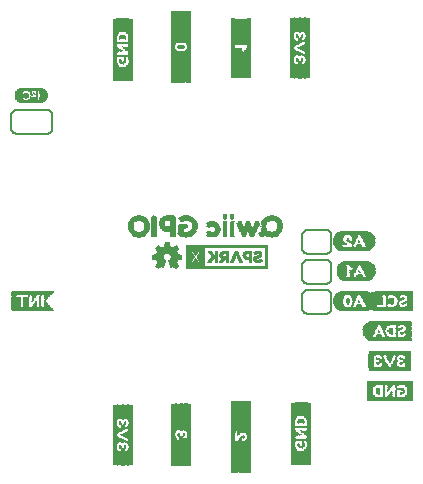
<source format=gbo>
G75*
%MOIN*%
%OFA0B0*%
%FSLAX25Y25*%
%IPPOS*%
%LPD*%
%AMOC8*
5,1,8,0,0,1.08239X$1,22.5*
%
%ADD10C,0.00299*%
%ADD11C,0.00039*%
%ADD12C,0.00600*%
%ADD13C,0.00800*%
%ADD14R,0.08346X0.00157*%
%ADD15R,0.09291X0.00157*%
%ADD16R,0.09921X0.00157*%
%ADD17R,0.10551X0.00157*%
%ADD18R,0.10866X0.00157*%
%ADD19R,0.11181X0.00157*%
%ADD20R,0.11496X0.00157*%
%ADD21R,0.11811X0.00157*%
%ADD22R,0.04567X0.00157*%
%ADD23R,0.03150X0.00157*%
%ADD24R,0.02992X0.00157*%
%ADD25R,0.04409X0.00157*%
%ADD26R,0.02835X0.00157*%
%ADD27R,0.02520X0.00157*%
%ADD28R,0.02362X0.00157*%
%ADD29R,0.01890X0.00157*%
%ADD30R,0.03307X0.00157*%
%ADD31R,0.01732X0.00157*%
%ADD32R,0.01417X0.00157*%
%ADD33R,0.03465X0.00157*%
%ADD34R,0.01260X0.00157*%
%ADD35R,0.04252X0.00157*%
%ADD36R,0.00157X0.00157*%
%ADD37R,0.02047X0.00157*%
%ADD38R,0.04094X0.00157*%
%ADD39R,0.00315X0.00157*%
%ADD40R,0.00472X0.00157*%
%ADD41R,0.03937X0.00157*%
%ADD42R,0.00630X0.00157*%
%ADD43R,0.03780X0.00157*%
%ADD44R,0.01575X0.00157*%
%ADD45R,0.02205X0.00157*%
%ADD46R,0.01102X0.00276*%
%ADD47R,0.01654X0.00276*%
%ADD48R,0.01929X0.00276*%
%ADD49R,0.02480X0.00276*%
%ADD50R,0.00276X0.00276*%
%ADD51R,0.03031X0.00315*%
%ADD52R,0.01654X0.00315*%
%ADD53R,0.03583X0.00315*%
%ADD54R,0.03858X0.00315*%
%ADD55R,0.01378X0.00315*%
%ADD56R,0.03307X0.00315*%
%ADD57R,0.04134X0.00276*%
%ADD58R,0.04685X0.00276*%
%ADD59R,0.03858X0.00276*%
%ADD60R,0.04685X0.00236*%
%ADD61R,0.01654X0.00236*%
%ADD62R,0.04961X0.00236*%
%ADD63R,0.01929X0.00236*%
%ADD64R,0.05236X0.00315*%
%ADD65R,0.01929X0.00315*%
%ADD66R,0.05512X0.00315*%
%ADD67R,0.05787X0.00276*%
%ADD68R,0.00551X0.00276*%
%ADD69R,0.05512X0.00276*%
%ADD70R,0.06063X0.00276*%
%ADD71R,0.06339X0.00276*%
%ADD72R,0.02205X0.00236*%
%ADD73R,0.02480X0.00236*%
%ADD74R,0.01102X0.00236*%
%ADD75R,0.02205X0.00315*%
%ADD76R,0.01102X0.00315*%
%ADD77R,0.00276X0.00315*%
%ADD78R,0.02205X0.00276*%
%ADD79R,0.03307X0.00276*%
%ADD80R,0.02756X0.00276*%
%ADD81R,0.04409X0.00276*%
%ADD82R,0.01378X0.00276*%
%ADD83R,0.06614X0.00315*%
%ADD84R,0.00551X0.00315*%
%ADD85R,0.05236X0.00276*%
%ADD86R,0.04961X0.00276*%
%ADD87R,0.03031X0.00276*%
%ADD88R,0.07165X0.00276*%
%ADD89R,0.06890X0.00236*%
%ADD90R,0.04134X0.00236*%
%ADD91R,0.05236X0.00236*%
%ADD92R,0.06614X0.00276*%
%ADD93R,0.02756X0.00236*%
%ADD94R,0.01378X0.00236*%
%ADD95R,0.00827X0.00276*%
%ADD96R,0.10236X0.00157*%
%ADD97R,0.12126X0.00157*%
%ADD98R,0.12441X0.00157*%
%ADD99R,0.08189X0.00157*%
%ADD100R,0.02677X0.00157*%
%ADD101R,0.03622X0.00157*%
%ADD102R,0.00787X0.00157*%
%ADD103R,0.00945X0.00157*%
%ADD104R,0.01102X0.00157*%
%ADD105R,0.09606X0.00157*%
%ADD106R,0.11024X0.00157*%
%ADD107R,0.00157X0.20315*%
%ADD108R,0.00157X0.05827*%
%ADD109R,0.00157X0.07087*%
%ADD110R,0.00157X0.05354*%
%ADD111R,0.00157X0.01102*%
%ADD112R,0.00157X0.02362*%
%ADD113R,0.00157X0.05197*%
%ADD114R,0.00157X0.00787*%
%ADD115R,0.00157X0.05039*%
%ADD116R,0.00157X0.00630*%
%ADD117R,0.00157X0.02047*%
%ADD118R,0.00157X0.04882*%
%ADD119R,0.00157X0.00472*%
%ADD120R,0.00157X0.01890*%
%ADD121R,0.00157X0.00315*%
%ADD122R,0.00157X0.01732*%
%ADD123R,0.00157X0.04724*%
%ADD124R,0.00157X0.01575*%
%ADD125R,0.00157X0.01417*%
%ADD126R,0.00157X0.01260*%
%ADD127R,0.00157X0.00945*%
%ADD128R,0.00157X0.02205*%
%ADD129R,0.00157X0.06457*%
%ADD130R,0.00157X0.02992*%
%ADD131R,0.00157X0.02520*%
%ADD132R,0.00157X0.05512*%
%ADD133R,0.00157X0.20945*%
%ADD134R,0.00157X0.06142*%
%ADD135R,0.00157X0.13858*%
%ADD136R,0.00157X0.02835*%
%ADD137R,0.00157X0.04567*%
%ADD138R,0.00157X0.05669*%
%ADD139R,0.00157X0.05984*%
%ADD140R,0.00157X0.10079*%
%ADD141R,0.00157X0.09606*%
%ADD142R,0.00157X0.09449*%
%ADD143R,0.00157X0.09291*%
%ADD144R,0.00157X0.09134*%
%ADD145R,0.00157X0.08976*%
%ADD146R,0.00157X0.10709*%
%ADD147R,0.00157X0.09764*%
%ADD148R,0.00157X0.23780*%
%ADD149R,0.00157X0.11496*%
%ADD150R,0.00157X0.11654*%
%ADD151R,0.00157X0.11024*%
%ADD152R,0.00157X0.11181*%
%ADD153R,0.00157X0.10866*%
%ADD154R,0.00157X0.10551*%
%ADD155R,0.00157X0.10394*%
%ADD156R,0.00157X0.10236*%
%ADD157R,0.00157X0.11969*%
%ADD158R,0.00157X0.11811*%
%ADD159R,0.00157X0.11339*%
%ADD160R,0.00157X0.19685*%
%ADD161R,0.00157X0.09921*%
%ADD162R,0.00157X0.08819*%
%ADD163R,0.07205X0.00118*%
%ADD164R,0.07913X0.00118*%
%ADD165R,0.08386X0.00079*%
%ADD166R,0.08858X0.00157*%
%ADD167R,0.09094X0.00118*%
%ADD168R,0.09331X0.00118*%
%ADD169R,0.09567X0.00079*%
%ADD170R,0.03661X0.00118*%
%ADD171R,0.02126X0.00118*%
%ADD172R,0.02953X0.00118*%
%ADD173R,0.02244X0.00157*%
%ADD174R,0.00591X0.00157*%
%ADD175R,0.01535X0.00157*%
%ADD176R,0.02598X0.00157*%
%ADD177R,0.02244X0.00118*%
%ADD178R,0.00472X0.00118*%
%ADD179R,0.01181X0.00118*%
%ADD180R,0.02362X0.00118*%
%ADD181R,0.00945X0.00118*%
%ADD182R,0.00354X0.00118*%
%ADD183R,0.00827X0.00118*%
%ADD184R,0.02480X0.00157*%
%ADD185R,0.00354X0.00157*%
%ADD186R,0.00236X0.00157*%
%ADD187R,0.02480X0.00118*%
%ADD188R,0.02598X0.00118*%
%ADD189R,0.01063X0.00118*%
%ADD190R,0.02835X0.00118*%
%ADD191R,0.04370X0.00118*%
%ADD192R,0.00591X0.00118*%
%ADD193R,0.04488X0.00118*%
%ADD194R,0.00709X0.00157*%
%ADD195R,0.04488X0.00157*%
%ADD196R,0.00236X0.00118*%
%ADD197R,0.00118X0.00118*%
%ADD198R,0.00118X0.00157*%
%ADD199R,0.04370X0.00157*%
%ADD200R,0.04252X0.00118*%
%ADD201R,0.02717X0.00118*%
%ADD202R,0.03071X0.00157*%
%ADD203R,0.03425X0.00118*%
%ADD204R,0.09567X0.00118*%
%ADD205R,0.08858X0.00118*%
%ADD206R,0.08386X0.00118*%
%ADD207R,0.14331X0.00157*%
%ADD208R,0.14173X0.00157*%
%ADD209R,0.14016X0.00157*%
%ADD210R,0.13858X0.00157*%
%ADD211R,0.13701X0.00157*%
%ADD212R,0.13543X0.00157*%
%ADD213R,0.13386X0.00157*%
%ADD214R,0.13228X0.00157*%
%ADD215R,0.12913X0.00157*%
%ADD216R,0.14488X0.00157*%
%ADD217R,0.07087X0.00157*%
%ADD218R,0.04882X0.00157*%
%ADD219R,0.05039X0.00157*%
%ADD220R,0.05197X0.00157*%
%ADD221R,0.14646X0.00157*%
%ADD222R,0.14961X0.00157*%
%ADD223R,0.15118X0.00157*%
%ADD224R,0.15276X0.00157*%
%ADD225R,0.15433X0.00157*%
%ADD226R,0.11969X0.00157*%
D10*
X0205355Y0266092D02*
X0204449Y0266998D01*
X0205276Y0268100D01*
X0205236Y0268179D01*
X0207631Y0268179D01*
X0207741Y0268477D02*
X0205068Y0268477D01*
X0205079Y0268454D02*
X0205040Y0268533D01*
X0205040Y0268572D01*
X0204961Y0268730D01*
X0204961Y0268769D01*
X0204922Y0268848D01*
X0204922Y0268887D01*
X0204882Y0268966D01*
X0204882Y0269045D01*
X0204843Y0269084D01*
X0203465Y0269320D01*
X0203465Y0270580D01*
X0204882Y0270816D01*
X0204882Y0270974D01*
X0204922Y0271013D01*
X0204922Y0271092D01*
X0204961Y0271131D01*
X0205000Y0271210D01*
X0205000Y0271289D01*
X0205040Y0271328D01*
X0205040Y0271407D01*
X0205079Y0271446D01*
X0205118Y0271525D01*
X0205158Y0271564D01*
X0205158Y0271643D01*
X0205197Y0271683D01*
X0205236Y0271761D01*
X0205276Y0271801D01*
X0204449Y0272942D01*
X0212205Y0272942D01*
X0211418Y0271801D01*
X0211457Y0271761D01*
X0211457Y0271683D01*
X0211496Y0271643D01*
X0211536Y0271564D01*
X0211575Y0271525D01*
X0211575Y0271446D01*
X0211614Y0271407D01*
X0211654Y0271328D01*
X0211654Y0271289D01*
X0211733Y0271131D01*
X0211733Y0271092D01*
X0211772Y0271013D01*
X0211772Y0270974D01*
X0211811Y0270895D01*
X0211811Y0270816D01*
X0213189Y0270580D01*
X0213189Y0269320D01*
X0211811Y0269084D01*
X0211811Y0269045D01*
X0211772Y0268966D01*
X0211772Y0268887D01*
X0211733Y0268848D01*
X0211733Y0268769D01*
X0211693Y0268730D01*
X0211654Y0268651D01*
X0211654Y0268572D01*
X0211614Y0268533D01*
X0211614Y0268454D01*
X0211575Y0268415D01*
X0211536Y0268336D01*
X0211496Y0268297D01*
X0211457Y0268218D01*
X0211457Y0268179D01*
X0209023Y0268179D01*
X0208913Y0268477D02*
X0211614Y0268477D01*
X0211733Y0268774D02*
X0208947Y0268774D01*
X0208937Y0268769D02*
X0209095Y0268848D01*
X0209173Y0268927D01*
X0209252Y0268966D01*
X0209331Y0269045D01*
X0209370Y0269123D01*
X0209449Y0269202D01*
X0209528Y0269360D01*
X0209567Y0269478D01*
X0209646Y0269635D01*
X0209646Y0269753D01*
X0209685Y0269872D01*
X0209685Y0270108D01*
X0209528Y0270580D01*
X0209370Y0270816D01*
X0209292Y0270895D01*
X0209173Y0270974D01*
X0209095Y0271053D01*
X0208977Y0271131D01*
X0208859Y0271171D01*
X0208740Y0271249D01*
X0208622Y0271249D01*
X0208465Y0271289D01*
X0208189Y0271289D01*
X0208071Y0271249D01*
X0207953Y0271249D01*
X0207835Y0271171D01*
X0207717Y0271131D01*
X0207481Y0270974D01*
X0207323Y0270816D01*
X0207166Y0270580D01*
X0207126Y0270462D01*
X0207048Y0270344D01*
X0207048Y0270226D01*
X0207008Y0270108D01*
X0207008Y0269753D01*
X0207048Y0269635D01*
X0207048Y0269557D01*
X0207087Y0269478D01*
X0207126Y0269360D01*
X0207166Y0269281D01*
X0207244Y0269202D01*
X0207284Y0269123D01*
X0207441Y0268966D01*
X0207520Y0268927D01*
X0207599Y0268848D01*
X0207835Y0268730D01*
X0207048Y0266604D01*
X0207048Y0266643D01*
X0206969Y0266643D01*
X0206929Y0266683D01*
X0206890Y0266683D01*
X0206851Y0266722D01*
X0206811Y0266722D01*
X0206772Y0266761D01*
X0206693Y0266761D01*
X0206654Y0266801D01*
X0206614Y0266801D01*
X0206536Y0266879D01*
X0206496Y0266879D01*
X0205355Y0266092D01*
X0205352Y0266095D02*
X0205359Y0266095D01*
X0205054Y0266392D02*
X0205790Y0266392D01*
X0206222Y0266690D02*
X0204756Y0266690D01*
X0204459Y0266988D02*
X0207190Y0266988D01*
X0207300Y0267286D02*
X0204665Y0267286D01*
X0204888Y0267583D02*
X0207410Y0267583D01*
X0207521Y0267881D02*
X0205112Y0267881D01*
X0205236Y0268179D02*
X0205197Y0268218D01*
X0205158Y0268297D01*
X0205158Y0268336D01*
X0205118Y0268415D01*
X0205079Y0268454D01*
X0204958Y0268774D02*
X0207746Y0268774D01*
X0207335Y0269072D02*
X0204855Y0269072D01*
X0203465Y0269370D02*
X0207123Y0269370D01*
X0207037Y0269667D02*
X0203465Y0269667D01*
X0203465Y0269965D02*
X0207008Y0269965D01*
X0207048Y0270263D02*
X0203465Y0270263D01*
X0203465Y0270561D02*
X0207159Y0270561D01*
X0207365Y0270858D02*
X0204882Y0270858D01*
X0204973Y0271156D02*
X0207791Y0271156D01*
X0208903Y0271156D02*
X0211720Y0271156D01*
X0211811Y0270858D02*
X0209328Y0270858D01*
X0209534Y0270561D02*
X0213189Y0270561D01*
X0213189Y0270263D02*
X0209634Y0270263D01*
X0209685Y0269965D02*
X0213189Y0269965D01*
X0213189Y0269667D02*
X0209646Y0269667D01*
X0209531Y0269370D02*
X0213189Y0269370D01*
X0211811Y0269072D02*
X0209345Y0269072D01*
X0208937Y0268769D02*
X0208819Y0268730D01*
X0209607Y0266604D01*
X0209646Y0266643D01*
X0209725Y0266643D01*
X0209764Y0266683D01*
X0209803Y0266683D01*
X0209843Y0266722D01*
X0209882Y0266722D01*
X0209922Y0266761D01*
X0209961Y0266761D01*
X0210000Y0266801D01*
X0210040Y0266801D01*
X0210079Y0266840D01*
X0210118Y0266840D01*
X0210158Y0266879D01*
X0210197Y0266879D01*
X0211339Y0266092D01*
X0212205Y0266998D01*
X0211418Y0268100D01*
X0211457Y0268179D01*
X0211574Y0267881D02*
X0209134Y0267881D01*
X0209244Y0267583D02*
X0211787Y0267583D01*
X0211999Y0267286D02*
X0209354Y0267286D01*
X0209464Y0266988D02*
X0212196Y0266988D01*
X0211911Y0266690D02*
X0210472Y0266690D01*
X0210903Y0266392D02*
X0211626Y0266392D01*
X0211341Y0266095D02*
X0211335Y0266095D01*
X0209811Y0266690D02*
X0209575Y0266690D01*
X0207079Y0266690D02*
X0206882Y0266690D01*
X0205083Y0271454D02*
X0211575Y0271454D01*
X0211457Y0271751D02*
X0205232Y0271751D01*
X0205096Y0272049D02*
X0211589Y0272049D01*
X0211794Y0272347D02*
X0204880Y0272347D01*
X0204665Y0272645D02*
X0212000Y0272645D01*
X0212205Y0272942D02*
X0211339Y0273809D01*
X0210197Y0273021D01*
X0210118Y0273061D01*
X0210079Y0273100D01*
X0210000Y0273100D01*
X0209961Y0273139D01*
X0209882Y0273179D01*
X0209843Y0273218D01*
X0209764Y0273218D01*
X0209725Y0273257D01*
X0209646Y0273297D01*
X0209607Y0273297D01*
X0209528Y0273336D01*
X0209449Y0273336D01*
X0209410Y0273375D01*
X0209331Y0273375D01*
X0209252Y0273415D01*
X0209213Y0273415D01*
X0208977Y0274793D01*
X0207717Y0274793D01*
X0207481Y0273415D01*
X0207402Y0273415D01*
X0207323Y0273375D01*
X0207284Y0273375D01*
X0207205Y0273336D01*
X0207166Y0273336D01*
X0207087Y0273297D01*
X0207008Y0273297D01*
X0206969Y0273257D01*
X0206890Y0273218D01*
X0206851Y0273218D01*
X0206772Y0273179D01*
X0206733Y0273139D01*
X0206654Y0273100D01*
X0206614Y0273100D01*
X0206536Y0273061D01*
X0206496Y0273021D01*
X0205355Y0273809D01*
X0204449Y0272942D01*
X0204760Y0273240D02*
X0206179Y0273240D01*
X0205747Y0273538D02*
X0205072Y0273538D01*
X0206934Y0273240D02*
X0209742Y0273240D01*
X0209192Y0273538D02*
X0207502Y0273538D01*
X0207553Y0273836D02*
X0209141Y0273836D01*
X0209090Y0274133D02*
X0207604Y0274133D01*
X0207655Y0274431D02*
X0209039Y0274431D01*
X0208988Y0274729D02*
X0207706Y0274729D01*
X0210515Y0273240D02*
X0211907Y0273240D01*
X0211610Y0273538D02*
X0210946Y0273538D01*
D11*
X0214833Y0273528D02*
X0241833Y0273528D01*
X0241833Y0273566D02*
X0214833Y0273566D01*
X0214833Y0273604D02*
X0241833Y0273604D01*
X0241833Y0273641D02*
X0214833Y0273641D01*
X0214833Y0273679D02*
X0241833Y0273679D01*
X0241833Y0273717D02*
X0214833Y0273717D01*
X0214833Y0273737D02*
X0220865Y0273737D01*
X0241833Y0273737D01*
X0241833Y0266263D01*
X0221108Y0266263D01*
X0214833Y0266263D01*
X0214833Y0269636D01*
X0217098Y0269636D01*
X0216110Y0268188D01*
X0217047Y0268188D01*
X0217860Y0269430D01*
X0218678Y0268188D01*
X0219583Y0268188D01*
X0218589Y0269636D01*
X0220865Y0269636D01*
X0220865Y0266957D01*
X0221108Y0266957D01*
X0221108Y0266263D01*
X0221108Y0266957D01*
X0241139Y0266957D01*
X0241139Y0273043D01*
X0220865Y0273043D01*
X0220865Y0269636D01*
X0218589Y0269636D01*
X0218319Y0270030D01*
X0219529Y0271809D01*
X0218597Y0271809D01*
X0217836Y0270634D01*
X0217069Y0271809D01*
X0216164Y0271809D01*
X0217374Y0270041D01*
X0217098Y0269636D01*
X0214833Y0269636D01*
X0214833Y0273737D01*
X0214833Y0273490D02*
X0241833Y0273490D01*
X0241833Y0273452D02*
X0214833Y0273452D01*
X0214833Y0273414D02*
X0241833Y0273414D01*
X0241833Y0273376D02*
X0214833Y0273376D01*
X0214833Y0273338D02*
X0241833Y0273338D01*
X0241833Y0273301D02*
X0214833Y0273301D01*
X0214833Y0273263D02*
X0241833Y0273263D01*
X0241833Y0273225D02*
X0214833Y0273225D01*
X0214833Y0273187D02*
X0241833Y0273187D01*
X0241833Y0273149D02*
X0214833Y0273149D01*
X0214833Y0273111D02*
X0241833Y0273111D01*
X0241833Y0273073D02*
X0214833Y0273073D01*
X0214833Y0273035D02*
X0220865Y0273035D01*
X0220865Y0272997D02*
X0214833Y0272997D01*
X0214833Y0272960D02*
X0220865Y0272960D01*
X0220865Y0272922D02*
X0214833Y0272922D01*
X0214833Y0272884D02*
X0220865Y0272884D01*
X0220865Y0272846D02*
X0214833Y0272846D01*
X0214833Y0272808D02*
X0220865Y0272808D01*
X0220865Y0272770D02*
X0214833Y0272770D01*
X0214833Y0272732D02*
X0220865Y0272732D01*
X0220865Y0272694D02*
X0214833Y0272694D01*
X0214833Y0272657D02*
X0220865Y0272657D01*
X0220865Y0272619D02*
X0214833Y0272619D01*
X0214833Y0272581D02*
X0220865Y0272581D01*
X0220865Y0272543D02*
X0214833Y0272543D01*
X0214833Y0272505D02*
X0220865Y0272505D01*
X0220865Y0272467D02*
X0214833Y0272467D01*
X0214833Y0272429D02*
X0220865Y0272429D01*
X0220865Y0272391D02*
X0214833Y0272391D01*
X0214833Y0272353D02*
X0220865Y0272353D01*
X0220865Y0272316D02*
X0214833Y0272316D01*
X0214833Y0272278D02*
X0220865Y0272278D01*
X0220865Y0272240D02*
X0214833Y0272240D01*
X0214833Y0272202D02*
X0220865Y0272202D01*
X0220865Y0272164D02*
X0214833Y0272164D01*
X0214833Y0272126D02*
X0220865Y0272126D01*
X0220865Y0272088D02*
X0214833Y0272088D01*
X0214833Y0272050D02*
X0220865Y0272050D01*
X0220865Y0272013D02*
X0214833Y0272013D01*
X0214833Y0271975D02*
X0220865Y0271975D01*
X0220865Y0271937D02*
X0214833Y0271937D01*
X0214833Y0271899D02*
X0220865Y0271899D01*
X0220865Y0271861D02*
X0214833Y0271861D01*
X0214833Y0271823D02*
X0220865Y0271823D01*
X0220865Y0271785D02*
X0219512Y0271785D01*
X0219487Y0271747D02*
X0220865Y0271747D01*
X0220865Y0271709D02*
X0219461Y0271709D01*
X0219435Y0271672D02*
X0220865Y0271672D01*
X0220865Y0271634D02*
X0219409Y0271634D01*
X0219384Y0271596D02*
X0220865Y0271596D01*
X0220865Y0271558D02*
X0219358Y0271558D01*
X0219332Y0271520D02*
X0220865Y0271520D01*
X0220865Y0271482D02*
X0219306Y0271482D01*
X0219281Y0271444D02*
X0220865Y0271444D01*
X0220865Y0271406D02*
X0219255Y0271406D01*
X0219229Y0271369D02*
X0220865Y0271369D01*
X0220865Y0271331D02*
X0219203Y0271331D01*
X0219178Y0271293D02*
X0220865Y0271293D01*
X0220865Y0271255D02*
X0219152Y0271255D01*
X0219126Y0271217D02*
X0220865Y0271217D01*
X0220865Y0271179D02*
X0219100Y0271179D01*
X0219075Y0271141D02*
X0220865Y0271141D01*
X0220865Y0271103D02*
X0219049Y0271103D01*
X0219023Y0271066D02*
X0220865Y0271066D01*
X0220865Y0271028D02*
X0218997Y0271028D01*
X0218972Y0270990D02*
X0220865Y0270990D01*
X0220865Y0270952D02*
X0218946Y0270952D01*
X0218920Y0270914D02*
X0220865Y0270914D01*
X0220865Y0270876D02*
X0218894Y0270876D01*
X0218869Y0270838D02*
X0220865Y0270838D01*
X0220865Y0270800D02*
X0218843Y0270800D01*
X0218817Y0270762D02*
X0220865Y0270762D01*
X0220865Y0270725D02*
X0218791Y0270725D01*
X0218766Y0270687D02*
X0220865Y0270687D01*
X0220865Y0270649D02*
X0218740Y0270649D01*
X0218714Y0270611D02*
X0220865Y0270611D01*
X0220865Y0270573D02*
X0218688Y0270573D01*
X0218663Y0270535D02*
X0220865Y0270535D01*
X0220865Y0270497D02*
X0218637Y0270497D01*
X0218611Y0270459D02*
X0220865Y0270459D01*
X0220865Y0270422D02*
X0218585Y0270422D01*
X0218560Y0270384D02*
X0220865Y0270384D01*
X0220865Y0270346D02*
X0218534Y0270346D01*
X0218508Y0270308D02*
X0220865Y0270308D01*
X0220865Y0270270D02*
X0218482Y0270270D01*
X0218457Y0270232D02*
X0220865Y0270232D01*
X0220865Y0270194D02*
X0218431Y0270194D01*
X0218405Y0270156D02*
X0220865Y0270156D01*
X0220865Y0270118D02*
X0218379Y0270118D01*
X0218354Y0270081D02*
X0220865Y0270081D01*
X0220865Y0270043D02*
X0218328Y0270043D01*
X0218336Y0270005D02*
X0220865Y0270005D01*
X0220865Y0269967D02*
X0218362Y0269967D01*
X0218388Y0269929D02*
X0220865Y0269929D01*
X0220865Y0269891D02*
X0218414Y0269891D01*
X0218440Y0269853D02*
X0220865Y0269853D01*
X0220865Y0269815D02*
X0218466Y0269815D01*
X0218492Y0269778D02*
X0220865Y0269778D01*
X0220865Y0269740D02*
X0218518Y0269740D01*
X0218544Y0269702D02*
X0220865Y0269702D01*
X0220865Y0269664D02*
X0218570Y0269664D01*
X0218596Y0269626D02*
X0220865Y0269626D01*
X0220865Y0269588D02*
X0218622Y0269588D01*
X0218648Y0269550D02*
X0220865Y0269550D01*
X0220865Y0269512D02*
X0218674Y0269512D01*
X0218700Y0269474D02*
X0220865Y0269474D01*
X0220865Y0269437D02*
X0218726Y0269437D01*
X0218752Y0269399D02*
X0220865Y0269399D01*
X0220865Y0269361D02*
X0218778Y0269361D01*
X0218804Y0269323D02*
X0220865Y0269323D01*
X0220865Y0269285D02*
X0218830Y0269285D01*
X0218856Y0269247D02*
X0220865Y0269247D01*
X0220865Y0269209D02*
X0218882Y0269209D01*
X0218908Y0269171D02*
X0220865Y0269171D01*
X0220865Y0269134D02*
X0218934Y0269134D01*
X0218960Y0269096D02*
X0220865Y0269096D01*
X0220865Y0269058D02*
X0218986Y0269058D01*
X0219012Y0269020D02*
X0220865Y0269020D01*
X0220865Y0268982D02*
X0219038Y0268982D01*
X0219064Y0268944D02*
X0220865Y0268944D01*
X0220865Y0268906D02*
X0219090Y0268906D01*
X0219116Y0268868D02*
X0220865Y0268868D01*
X0220865Y0268830D02*
X0219142Y0268830D01*
X0219168Y0268793D02*
X0220865Y0268793D01*
X0220865Y0268755D02*
X0219194Y0268755D01*
X0219220Y0268717D02*
X0220865Y0268717D01*
X0220865Y0268679D02*
X0219246Y0268679D01*
X0219272Y0268641D02*
X0220865Y0268641D01*
X0220865Y0268603D02*
X0219298Y0268603D01*
X0219324Y0268565D02*
X0220865Y0268565D01*
X0220865Y0268527D02*
X0219350Y0268527D01*
X0219376Y0268490D02*
X0220865Y0268490D01*
X0220865Y0268452D02*
X0219402Y0268452D01*
X0219428Y0268414D02*
X0220865Y0268414D01*
X0220865Y0268376D02*
X0219454Y0268376D01*
X0219480Y0268338D02*
X0220865Y0268338D01*
X0220865Y0268300D02*
X0219506Y0268300D01*
X0219532Y0268262D02*
X0220865Y0268262D01*
X0220865Y0268224D02*
X0219558Y0268224D01*
X0218654Y0268224D02*
X0217071Y0268224D01*
X0217096Y0268262D02*
X0218629Y0268262D01*
X0218604Y0268300D02*
X0217121Y0268300D01*
X0217145Y0268338D02*
X0218579Y0268338D01*
X0218555Y0268376D02*
X0217170Y0268376D01*
X0217195Y0268414D02*
X0218530Y0268414D01*
X0218505Y0268452D02*
X0217220Y0268452D01*
X0217244Y0268490D02*
X0218480Y0268490D01*
X0218455Y0268527D02*
X0217269Y0268527D01*
X0217294Y0268565D02*
X0218430Y0268565D01*
X0218405Y0268603D02*
X0217319Y0268603D01*
X0217344Y0268641D02*
X0218380Y0268641D01*
X0218355Y0268679D02*
X0217368Y0268679D01*
X0217393Y0268717D02*
X0218330Y0268717D01*
X0218305Y0268755D02*
X0217418Y0268755D01*
X0217443Y0268793D02*
X0218280Y0268793D01*
X0218255Y0268830D02*
X0217468Y0268830D01*
X0217492Y0268868D02*
X0218230Y0268868D01*
X0218205Y0268906D02*
X0217517Y0268906D01*
X0217542Y0268944D02*
X0218180Y0268944D01*
X0218155Y0268982D02*
X0217567Y0268982D01*
X0217591Y0269020D02*
X0218130Y0269020D01*
X0218105Y0269058D02*
X0217616Y0269058D01*
X0217641Y0269096D02*
X0218080Y0269096D01*
X0218055Y0269134D02*
X0217666Y0269134D01*
X0217691Y0269171D02*
X0218031Y0269171D01*
X0218006Y0269209D02*
X0217715Y0269209D01*
X0217740Y0269247D02*
X0217981Y0269247D01*
X0217956Y0269285D02*
X0217765Y0269285D01*
X0217790Y0269323D02*
X0217931Y0269323D01*
X0217906Y0269361D02*
X0217815Y0269361D01*
X0217839Y0269399D02*
X0217881Y0269399D01*
X0217246Y0269853D02*
X0214833Y0269853D01*
X0214833Y0269815D02*
X0217220Y0269815D01*
X0217195Y0269778D02*
X0214833Y0269778D01*
X0214833Y0269740D02*
X0217169Y0269740D01*
X0217143Y0269702D02*
X0214833Y0269702D01*
X0214833Y0269664D02*
X0217117Y0269664D01*
X0217091Y0269626D02*
X0214833Y0269626D01*
X0214833Y0269588D02*
X0217065Y0269588D01*
X0217039Y0269550D02*
X0214833Y0269550D01*
X0214833Y0269512D02*
X0217014Y0269512D01*
X0216988Y0269474D02*
X0214833Y0269474D01*
X0214833Y0269437D02*
X0216962Y0269437D01*
X0216936Y0269399D02*
X0214833Y0269399D01*
X0214833Y0269361D02*
X0216910Y0269361D01*
X0216884Y0269323D02*
X0214833Y0269323D01*
X0214833Y0269285D02*
X0216859Y0269285D01*
X0216833Y0269247D02*
X0214833Y0269247D01*
X0214833Y0269209D02*
X0216807Y0269209D01*
X0216781Y0269171D02*
X0214833Y0269171D01*
X0214833Y0269134D02*
X0216755Y0269134D01*
X0216729Y0269096D02*
X0214833Y0269096D01*
X0214833Y0269058D02*
X0216704Y0269058D01*
X0216678Y0269020D02*
X0214833Y0269020D01*
X0214833Y0268982D02*
X0216652Y0268982D01*
X0216626Y0268944D02*
X0214833Y0268944D01*
X0214833Y0268906D02*
X0216600Y0268906D01*
X0216574Y0268868D02*
X0214833Y0268868D01*
X0214833Y0268830D02*
X0216549Y0268830D01*
X0216523Y0268793D02*
X0214833Y0268793D01*
X0214833Y0268755D02*
X0216497Y0268755D01*
X0216471Y0268717D02*
X0214833Y0268717D01*
X0214833Y0268679D02*
X0216445Y0268679D01*
X0216419Y0268641D02*
X0214833Y0268641D01*
X0214833Y0268603D02*
X0216393Y0268603D01*
X0216368Y0268565D02*
X0214833Y0268565D01*
X0214833Y0268527D02*
X0216342Y0268527D01*
X0216316Y0268490D02*
X0214833Y0268490D01*
X0214833Y0268452D02*
X0216290Y0268452D01*
X0216264Y0268414D02*
X0214833Y0268414D01*
X0214833Y0268376D02*
X0216238Y0268376D01*
X0216213Y0268338D02*
X0214833Y0268338D01*
X0214833Y0268300D02*
X0216187Y0268300D01*
X0216161Y0268262D02*
X0214833Y0268262D01*
X0214833Y0268224D02*
X0216135Y0268224D01*
X0214833Y0268187D02*
X0220865Y0268187D01*
X0220865Y0268149D02*
X0214833Y0268149D01*
X0214833Y0268111D02*
X0220865Y0268111D01*
X0220865Y0268073D02*
X0214833Y0268073D01*
X0214833Y0268035D02*
X0220865Y0268035D01*
X0220865Y0267997D02*
X0214833Y0267997D01*
X0214833Y0267959D02*
X0220865Y0267959D01*
X0220865Y0267921D02*
X0214833Y0267921D01*
X0214833Y0267883D02*
X0220865Y0267883D01*
X0220865Y0267846D02*
X0214833Y0267846D01*
X0214833Y0267808D02*
X0220865Y0267808D01*
X0220865Y0267770D02*
X0214833Y0267770D01*
X0214833Y0267732D02*
X0220865Y0267732D01*
X0220865Y0267694D02*
X0214833Y0267694D01*
X0214833Y0267656D02*
X0220865Y0267656D01*
X0220865Y0267618D02*
X0214833Y0267618D01*
X0214833Y0267580D02*
X0220865Y0267580D01*
X0220865Y0267543D02*
X0214833Y0267543D01*
X0214833Y0267505D02*
X0220865Y0267505D01*
X0220865Y0267467D02*
X0214833Y0267467D01*
X0214833Y0267429D02*
X0220865Y0267429D01*
X0220865Y0267391D02*
X0214833Y0267391D01*
X0214833Y0267353D02*
X0220865Y0267353D01*
X0220865Y0267315D02*
X0214833Y0267315D01*
X0214833Y0267277D02*
X0220865Y0267277D01*
X0220865Y0267239D02*
X0214833Y0267239D01*
X0214833Y0267202D02*
X0220865Y0267202D01*
X0220865Y0267164D02*
X0214833Y0267164D01*
X0214833Y0267126D02*
X0220865Y0267126D01*
X0220865Y0267088D02*
X0214833Y0267088D01*
X0214833Y0267050D02*
X0220865Y0267050D01*
X0220865Y0267012D02*
X0214833Y0267012D01*
X0214833Y0266974D02*
X0220865Y0266974D01*
X0221108Y0266936D02*
X0214833Y0266936D01*
X0214833Y0266899D02*
X0221108Y0266899D01*
X0241833Y0266899D01*
X0241833Y0266936D02*
X0221108Y0266936D01*
X0221108Y0266861D02*
X0214833Y0266861D01*
X0214833Y0266823D02*
X0221108Y0266823D01*
X0241833Y0266823D01*
X0241833Y0266861D02*
X0221108Y0266861D01*
X0221108Y0266785D02*
X0214833Y0266785D01*
X0214833Y0266747D02*
X0221108Y0266747D01*
X0241833Y0266747D01*
X0241833Y0266709D02*
X0221108Y0266709D01*
X0214833Y0266709D01*
X0214833Y0266671D02*
X0221108Y0266671D01*
X0241833Y0266671D01*
X0241833Y0266633D02*
X0221108Y0266633D01*
X0214833Y0266633D01*
X0214833Y0266595D02*
X0221108Y0266595D01*
X0241833Y0266595D01*
X0241833Y0266558D02*
X0221108Y0266558D01*
X0214833Y0266558D01*
X0214833Y0266520D02*
X0221108Y0266520D01*
X0241833Y0266520D01*
X0241833Y0266482D02*
X0221108Y0266482D01*
X0214833Y0266482D01*
X0214833Y0266444D02*
X0221108Y0266444D01*
X0241833Y0266444D01*
X0241833Y0266406D02*
X0221108Y0266406D01*
X0214833Y0266406D01*
X0214833Y0266368D02*
X0221108Y0266368D01*
X0241833Y0266368D01*
X0241833Y0266330D02*
X0221108Y0266330D01*
X0214833Y0266330D01*
X0214833Y0266292D02*
X0221108Y0266292D01*
X0241833Y0266292D01*
X0241833Y0266785D02*
X0221108Y0266785D01*
X0221880Y0268188D02*
X0223422Y0270273D01*
X0222832Y0270888D01*
X0223764Y0270888D01*
X0222909Y0271809D01*
X0221948Y0271809D01*
X0222832Y0270888D01*
X0223764Y0270888D01*
X0224378Y0270227D01*
X0224378Y0270888D01*
X0225174Y0270888D01*
X0225174Y0271809D01*
X0224378Y0271809D01*
X0224378Y0270888D01*
X0225174Y0270888D01*
X0225174Y0268188D01*
X0224378Y0268188D01*
X0224378Y0269295D01*
X0223959Y0269730D01*
X0222836Y0268188D01*
X0221880Y0268188D01*
X0221907Y0268224D02*
X0222862Y0268224D01*
X0222890Y0268262D02*
X0221935Y0268262D01*
X0221963Y0268300D02*
X0222918Y0268300D01*
X0222945Y0268338D02*
X0221991Y0268338D01*
X0222019Y0268376D02*
X0222973Y0268376D01*
X0223000Y0268414D02*
X0222047Y0268414D01*
X0222075Y0268452D02*
X0223028Y0268452D01*
X0223056Y0268490D02*
X0222103Y0268490D01*
X0222131Y0268527D02*
X0223083Y0268527D01*
X0223111Y0268565D02*
X0222159Y0268565D01*
X0222187Y0268603D02*
X0223138Y0268603D01*
X0223166Y0268641D02*
X0222215Y0268641D01*
X0222243Y0268679D02*
X0223194Y0268679D01*
X0223221Y0268717D02*
X0222271Y0268717D01*
X0222299Y0268755D02*
X0223249Y0268755D01*
X0223276Y0268793D02*
X0222327Y0268793D01*
X0222355Y0268830D02*
X0223304Y0268830D01*
X0223332Y0268868D02*
X0222383Y0268868D01*
X0222411Y0268906D02*
X0223359Y0268906D01*
X0223387Y0268944D02*
X0222439Y0268944D01*
X0222467Y0268982D02*
X0223414Y0268982D01*
X0223442Y0269020D02*
X0222495Y0269020D01*
X0222523Y0269058D02*
X0223470Y0269058D01*
X0223497Y0269096D02*
X0222551Y0269096D01*
X0222579Y0269134D02*
X0223525Y0269134D01*
X0223552Y0269171D02*
X0222607Y0269171D01*
X0222636Y0269209D02*
X0223580Y0269209D01*
X0223608Y0269247D02*
X0222664Y0269247D01*
X0222692Y0269285D02*
X0223635Y0269285D01*
X0223663Y0269323D02*
X0222720Y0269323D01*
X0222748Y0269361D02*
X0223690Y0269361D01*
X0223718Y0269399D02*
X0222776Y0269399D01*
X0222804Y0269437D02*
X0223746Y0269437D01*
X0223773Y0269474D02*
X0222832Y0269474D01*
X0222860Y0269512D02*
X0223801Y0269512D01*
X0223828Y0269550D02*
X0222888Y0269550D01*
X0222916Y0269588D02*
X0223856Y0269588D01*
X0223884Y0269626D02*
X0222944Y0269626D01*
X0222972Y0269664D02*
X0223911Y0269664D01*
X0223939Y0269702D02*
X0223000Y0269702D01*
X0223028Y0269740D02*
X0225174Y0269740D01*
X0225174Y0269778D02*
X0223056Y0269778D01*
X0223084Y0269815D02*
X0225174Y0269815D01*
X0225174Y0269853D02*
X0223112Y0269853D01*
X0223140Y0269891D02*
X0225174Y0269891D01*
X0225174Y0269929D02*
X0223168Y0269929D01*
X0223196Y0269967D02*
X0225174Y0269967D01*
X0225174Y0270005D02*
X0223224Y0270005D01*
X0223252Y0270043D02*
X0225174Y0270043D01*
X0225174Y0270081D02*
X0223280Y0270081D01*
X0223308Y0270118D02*
X0225174Y0270118D01*
X0225174Y0270156D02*
X0223336Y0270156D01*
X0223364Y0270194D02*
X0225174Y0270194D01*
X0225174Y0270232D02*
X0224378Y0270232D01*
X0224373Y0270232D02*
X0223392Y0270232D01*
X0223420Y0270270D02*
X0224338Y0270270D01*
X0224378Y0270270D02*
X0225174Y0270270D01*
X0225174Y0270308D02*
X0224378Y0270308D01*
X0224378Y0270346D02*
X0225174Y0270346D01*
X0225174Y0270384D02*
X0224378Y0270384D01*
X0224378Y0270422D02*
X0225174Y0270422D01*
X0225174Y0270459D02*
X0224378Y0270459D01*
X0224378Y0270497D02*
X0225174Y0270497D01*
X0225174Y0270535D02*
X0224378Y0270535D01*
X0224378Y0270573D02*
X0225174Y0270573D01*
X0225174Y0270611D02*
X0224378Y0270611D01*
X0224378Y0270649D02*
X0225174Y0270649D01*
X0225174Y0270687D02*
X0224378Y0270687D01*
X0224378Y0270725D02*
X0225174Y0270725D01*
X0225174Y0270762D02*
X0224378Y0270762D01*
X0224378Y0270800D02*
X0225174Y0270800D01*
X0225174Y0270838D02*
X0224378Y0270838D01*
X0224378Y0270876D02*
X0225174Y0270876D01*
X0225174Y0270914D02*
X0224378Y0270914D01*
X0224378Y0270952D02*
X0225174Y0270952D01*
X0225174Y0270990D02*
X0224378Y0270990D01*
X0224378Y0271028D02*
X0225174Y0271028D01*
X0225174Y0271066D02*
X0224378Y0271066D01*
X0224378Y0271103D02*
X0225174Y0271103D01*
X0225174Y0271141D02*
X0224378Y0271141D01*
X0224378Y0271179D02*
X0225174Y0271179D01*
X0225174Y0271217D02*
X0224378Y0271217D01*
X0224378Y0271255D02*
X0225174Y0271255D01*
X0225174Y0271293D02*
X0224378Y0271293D01*
X0224378Y0271331D02*
X0225174Y0271331D01*
X0225174Y0271369D02*
X0224378Y0271369D01*
X0224378Y0271406D02*
X0225174Y0271406D01*
X0225174Y0271444D02*
X0224378Y0271444D01*
X0224378Y0271482D02*
X0225174Y0271482D01*
X0225174Y0271520D02*
X0224378Y0271520D01*
X0224378Y0271558D02*
X0225174Y0271558D01*
X0225174Y0271596D02*
X0224378Y0271596D01*
X0224378Y0271634D02*
X0225174Y0271634D01*
X0225174Y0271672D02*
X0224378Y0271672D01*
X0224378Y0271709D02*
X0225174Y0271709D01*
X0225174Y0271747D02*
X0224378Y0271747D01*
X0224378Y0271785D02*
X0225174Y0271785D01*
X0226082Y0271293D02*
X0228917Y0271293D01*
X0228917Y0271331D02*
X0226107Y0271331D01*
X0226097Y0271319D02*
X0226254Y0271493D01*
X0226452Y0271631D01*
X0226686Y0271730D01*
X0226956Y0271789D01*
X0227261Y0271809D01*
X0228917Y0271809D01*
X0228917Y0270888D01*
X0228120Y0270888D01*
X0228120Y0271091D01*
X0227329Y0271091D01*
X0227066Y0271058D01*
X0226867Y0270961D01*
X0226811Y0270888D01*
X0225920Y0270888D01*
X0225985Y0271115D01*
X0226097Y0271319D01*
X0226141Y0271369D02*
X0228917Y0271369D01*
X0228917Y0271406D02*
X0226176Y0271406D01*
X0226210Y0271444D02*
X0228917Y0271444D01*
X0228917Y0271482D02*
X0226244Y0271482D01*
X0226293Y0271520D02*
X0228917Y0271520D01*
X0228917Y0271558D02*
X0226347Y0271558D01*
X0226401Y0271596D02*
X0228917Y0271596D01*
X0228917Y0271634D02*
X0226458Y0271634D01*
X0226548Y0271672D02*
X0228917Y0271672D01*
X0228917Y0271709D02*
X0226637Y0271709D01*
X0226765Y0271747D02*
X0228917Y0271747D01*
X0228917Y0271785D02*
X0226938Y0271785D01*
X0227123Y0271066D02*
X0225971Y0271066D01*
X0225981Y0271103D02*
X0228917Y0271103D01*
X0228917Y0271066D02*
X0228120Y0271066D01*
X0228120Y0271028D02*
X0228917Y0271028D01*
X0228917Y0270990D02*
X0228120Y0270990D01*
X0228120Y0270952D02*
X0228917Y0270952D01*
X0228917Y0270914D02*
X0228120Y0270914D01*
X0228120Y0270888D02*
X0228917Y0270888D01*
X0228917Y0268188D01*
X0228120Y0268188D01*
X0228120Y0269347D01*
X0227494Y0269347D01*
X0226719Y0268188D01*
X0225787Y0268188D01*
X0226673Y0269482D01*
X0226359Y0269648D01*
X0226111Y0269887D01*
X0225950Y0270204D01*
X0225895Y0270602D01*
X0225895Y0270613D01*
X0225917Y0270879D01*
X0225920Y0270888D01*
X0226811Y0270888D01*
X0226743Y0270799D01*
X0226703Y0270572D01*
X0226703Y0270564D01*
X0226741Y0270356D01*
X0226859Y0270192D01*
X0227051Y0270087D01*
X0227313Y0270051D01*
X0228120Y0270051D01*
X0228120Y0270888D01*
X0228120Y0270876D02*
X0228917Y0270876D01*
X0228917Y0270838D02*
X0228120Y0270838D01*
X0228120Y0270800D02*
X0228917Y0270800D01*
X0228917Y0270762D02*
X0228120Y0270762D01*
X0228120Y0270725D02*
X0228917Y0270725D01*
X0228917Y0270687D02*
X0228120Y0270687D01*
X0228120Y0270649D02*
X0228917Y0270649D01*
X0228917Y0270611D02*
X0228120Y0270611D01*
X0228120Y0270573D02*
X0228917Y0270573D01*
X0228917Y0270535D02*
X0228120Y0270535D01*
X0228120Y0270497D02*
X0228917Y0270497D01*
X0228917Y0270459D02*
X0228120Y0270459D01*
X0228120Y0270422D02*
X0228917Y0270422D01*
X0228917Y0270384D02*
X0228120Y0270384D01*
X0228120Y0270346D02*
X0228917Y0270346D01*
X0228917Y0270308D02*
X0228120Y0270308D01*
X0228120Y0270270D02*
X0228917Y0270270D01*
X0228917Y0270232D02*
X0228120Y0270232D01*
X0228120Y0270194D02*
X0228917Y0270194D01*
X0228917Y0270156D02*
X0228120Y0270156D01*
X0228120Y0270118D02*
X0228917Y0270118D01*
X0228917Y0270081D02*
X0228120Y0270081D01*
X0228120Y0269323D02*
X0228917Y0269323D01*
X0228917Y0269361D02*
X0226590Y0269361D01*
X0226616Y0269399D02*
X0228917Y0269399D01*
X0228917Y0269437D02*
X0226642Y0269437D01*
X0226668Y0269474D02*
X0228917Y0269474D01*
X0228917Y0269512D02*
X0226615Y0269512D01*
X0226543Y0269550D02*
X0228917Y0269550D01*
X0228917Y0269588D02*
X0226472Y0269588D01*
X0226400Y0269626D02*
X0228917Y0269626D01*
X0228917Y0269664D02*
X0226342Y0269664D01*
X0226303Y0269702D02*
X0228917Y0269702D01*
X0228917Y0269740D02*
X0226264Y0269740D01*
X0226224Y0269778D02*
X0228917Y0269778D01*
X0228917Y0269815D02*
X0226185Y0269815D01*
X0226146Y0269853D02*
X0228917Y0269853D01*
X0228917Y0269891D02*
X0226109Y0269891D01*
X0226090Y0269929D02*
X0228917Y0269929D01*
X0228917Y0269967D02*
X0226070Y0269967D01*
X0226051Y0270005D02*
X0228917Y0270005D01*
X0228917Y0270043D02*
X0226032Y0270043D01*
X0226012Y0270081D02*
X0227098Y0270081D01*
X0226994Y0270118D02*
X0225993Y0270118D01*
X0225974Y0270156D02*
X0226924Y0270156D01*
X0226857Y0270194D02*
X0225954Y0270194D01*
X0225946Y0270232D02*
X0226830Y0270232D01*
X0226803Y0270270D02*
X0225941Y0270270D01*
X0225935Y0270308D02*
X0226776Y0270308D01*
X0226748Y0270346D02*
X0225930Y0270346D01*
X0225925Y0270384D02*
X0226736Y0270384D01*
X0226729Y0270422D02*
X0225920Y0270422D01*
X0225915Y0270459D02*
X0226722Y0270459D01*
X0226715Y0270497D02*
X0225910Y0270497D01*
X0225904Y0270535D02*
X0226708Y0270535D01*
X0226703Y0270573D02*
X0225899Y0270573D01*
X0225895Y0270611D02*
X0226709Y0270611D01*
X0226716Y0270649D02*
X0225898Y0270649D01*
X0225901Y0270687D02*
X0226723Y0270687D01*
X0226730Y0270725D02*
X0225905Y0270725D01*
X0225908Y0270762D02*
X0226737Y0270762D01*
X0226744Y0270800D02*
X0225911Y0270800D01*
X0225914Y0270838D02*
X0226773Y0270838D01*
X0226802Y0270876D02*
X0225917Y0270876D01*
X0225928Y0270914D02*
X0226831Y0270914D01*
X0226860Y0270952D02*
X0225938Y0270952D01*
X0225949Y0270990D02*
X0226925Y0270990D01*
X0227003Y0271028D02*
X0225960Y0271028D01*
X0225999Y0271141D02*
X0228917Y0271141D01*
X0228917Y0271179D02*
X0226020Y0271179D01*
X0226041Y0271217D02*
X0228917Y0271217D01*
X0228917Y0271255D02*
X0226061Y0271255D01*
X0225174Y0269702D02*
X0223987Y0269702D01*
X0224023Y0269664D02*
X0225174Y0269664D01*
X0225174Y0269626D02*
X0224059Y0269626D01*
X0224096Y0269588D02*
X0225174Y0269588D01*
X0225174Y0269550D02*
X0224132Y0269550D01*
X0224169Y0269512D02*
X0225174Y0269512D01*
X0225174Y0269474D02*
X0224205Y0269474D01*
X0224242Y0269437D02*
X0225174Y0269437D01*
X0225174Y0269399D02*
X0224278Y0269399D01*
X0224315Y0269361D02*
X0225174Y0269361D01*
X0225174Y0269323D02*
X0224351Y0269323D01*
X0224378Y0269285D02*
X0225174Y0269285D01*
X0225174Y0269247D02*
X0224378Y0269247D01*
X0224378Y0269209D02*
X0225174Y0269209D01*
X0225174Y0269171D02*
X0224378Y0269171D01*
X0224378Y0269134D02*
X0225174Y0269134D01*
X0225174Y0269096D02*
X0224378Y0269096D01*
X0224378Y0269058D02*
X0225174Y0269058D01*
X0225174Y0269020D02*
X0224378Y0269020D01*
X0224378Y0268982D02*
X0225174Y0268982D01*
X0225174Y0268944D02*
X0224378Y0268944D01*
X0224378Y0268906D02*
X0225174Y0268906D01*
X0225174Y0268868D02*
X0224378Y0268868D01*
X0224378Y0268830D02*
X0225174Y0268830D01*
X0225174Y0268793D02*
X0224378Y0268793D01*
X0224378Y0268755D02*
X0225174Y0268755D01*
X0225174Y0268717D02*
X0224378Y0268717D01*
X0224378Y0268679D02*
X0225174Y0268679D01*
X0225174Y0268641D02*
X0224378Y0268641D01*
X0224378Y0268603D02*
X0225174Y0268603D01*
X0225174Y0268565D02*
X0224378Y0268565D01*
X0224378Y0268527D02*
X0225174Y0268527D01*
X0225174Y0268490D02*
X0224378Y0268490D01*
X0224378Y0268452D02*
X0225174Y0268452D01*
X0225174Y0268414D02*
X0224378Y0268414D01*
X0224378Y0268376D02*
X0225174Y0268376D01*
X0225174Y0268338D02*
X0224378Y0268338D01*
X0224378Y0268300D02*
X0225174Y0268300D01*
X0225174Y0268262D02*
X0224378Y0268262D01*
X0224378Y0268224D02*
X0225174Y0268224D01*
X0225812Y0268224D02*
X0226743Y0268224D01*
X0226768Y0268262D02*
X0225838Y0268262D01*
X0225864Y0268300D02*
X0226794Y0268300D01*
X0226819Y0268338D02*
X0225890Y0268338D01*
X0225916Y0268376D02*
X0226844Y0268376D01*
X0226870Y0268414D02*
X0225942Y0268414D01*
X0225968Y0268452D02*
X0226895Y0268452D01*
X0226920Y0268490D02*
X0225994Y0268490D01*
X0226019Y0268527D02*
X0226946Y0268527D01*
X0226971Y0268565D02*
X0226045Y0268565D01*
X0226071Y0268603D02*
X0226996Y0268603D01*
X0227022Y0268641D02*
X0226097Y0268641D01*
X0226123Y0268679D02*
X0227047Y0268679D01*
X0227072Y0268717D02*
X0226149Y0268717D01*
X0226175Y0268755D02*
X0227098Y0268755D01*
X0227123Y0268793D02*
X0226201Y0268793D01*
X0226227Y0268830D02*
X0227148Y0268830D01*
X0227174Y0268868D02*
X0226253Y0268868D01*
X0226279Y0268906D02*
X0227199Y0268906D01*
X0227224Y0268944D02*
X0226305Y0268944D01*
X0226331Y0268982D02*
X0227250Y0268982D01*
X0227275Y0269020D02*
X0226357Y0269020D01*
X0226383Y0269058D02*
X0227300Y0269058D01*
X0227326Y0269096D02*
X0226409Y0269096D01*
X0226434Y0269134D02*
X0227351Y0269134D01*
X0227376Y0269171D02*
X0226460Y0269171D01*
X0226486Y0269209D02*
X0227402Y0269209D01*
X0227427Y0269247D02*
X0226512Y0269247D01*
X0226538Y0269285D02*
X0227452Y0269285D01*
X0227478Y0269323D02*
X0226564Y0269323D01*
X0228120Y0269285D02*
X0228917Y0269285D01*
X0228917Y0269247D02*
X0228120Y0269247D01*
X0228120Y0269209D02*
X0228917Y0269209D01*
X0228917Y0269171D02*
X0228120Y0269171D01*
X0228120Y0269134D02*
X0228917Y0269134D01*
X0228917Y0269096D02*
X0228120Y0269096D01*
X0228120Y0269058D02*
X0228917Y0269058D01*
X0228917Y0269020D02*
X0228120Y0269020D01*
X0228120Y0268982D02*
X0228917Y0268982D01*
X0228917Y0268944D02*
X0228120Y0268944D01*
X0228120Y0268906D02*
X0228917Y0268906D01*
X0228917Y0268868D02*
X0228120Y0268868D01*
X0228120Y0268830D02*
X0228917Y0268830D01*
X0228917Y0268793D02*
X0228120Y0268793D01*
X0228120Y0268755D02*
X0228917Y0268755D01*
X0228917Y0268717D02*
X0228120Y0268717D01*
X0228120Y0268679D02*
X0228917Y0268679D01*
X0228917Y0268641D02*
X0228120Y0268641D01*
X0228120Y0268603D02*
X0228917Y0268603D01*
X0228917Y0268565D02*
X0228120Y0268565D01*
X0228120Y0268527D02*
X0228917Y0268527D01*
X0228917Y0268490D02*
X0228120Y0268490D01*
X0228120Y0268452D02*
X0228917Y0268452D01*
X0228917Y0268414D02*
X0228120Y0268414D01*
X0228120Y0268376D02*
X0228917Y0268376D01*
X0228917Y0268338D02*
X0228120Y0268338D01*
X0228120Y0268300D02*
X0228917Y0268300D01*
X0228917Y0268262D02*
X0228120Y0268262D01*
X0228120Y0268224D02*
X0228917Y0268224D01*
X0229475Y0268188D02*
X0230624Y0270888D01*
X0232166Y0270888D01*
X0231762Y0271836D01*
X0231028Y0271836D01*
X0230624Y0270888D01*
X0232166Y0270888D01*
X0233315Y0268188D01*
X0232502Y0268188D01*
X0231406Y0270877D01*
X0230310Y0268188D01*
X0229475Y0268188D01*
X0229491Y0268224D02*
X0230324Y0268224D01*
X0230340Y0268262D02*
X0229507Y0268262D01*
X0229523Y0268300D02*
X0230355Y0268300D01*
X0230371Y0268338D02*
X0229539Y0268338D01*
X0229555Y0268376D02*
X0230386Y0268376D01*
X0230402Y0268414D02*
X0229571Y0268414D01*
X0229588Y0268452D02*
X0230417Y0268452D01*
X0230433Y0268490D02*
X0229604Y0268490D01*
X0229620Y0268527D02*
X0230448Y0268527D01*
X0230463Y0268565D02*
X0229636Y0268565D01*
X0229652Y0268603D02*
X0230479Y0268603D01*
X0230494Y0268641D02*
X0229668Y0268641D01*
X0229684Y0268679D02*
X0230510Y0268679D01*
X0230525Y0268717D02*
X0229700Y0268717D01*
X0229717Y0268755D02*
X0230541Y0268755D01*
X0230556Y0268793D02*
X0229733Y0268793D01*
X0229749Y0268830D02*
X0230572Y0268830D01*
X0230587Y0268868D02*
X0229765Y0268868D01*
X0229781Y0268906D02*
X0230602Y0268906D01*
X0230618Y0268944D02*
X0229797Y0268944D01*
X0229813Y0268982D02*
X0230633Y0268982D01*
X0230649Y0269020D02*
X0229829Y0269020D01*
X0229846Y0269058D02*
X0230664Y0269058D01*
X0230680Y0269096D02*
X0229862Y0269096D01*
X0229878Y0269134D02*
X0230695Y0269134D01*
X0230710Y0269171D02*
X0229894Y0269171D01*
X0229910Y0269209D02*
X0230726Y0269209D01*
X0230741Y0269247D02*
X0229926Y0269247D01*
X0229942Y0269285D02*
X0230757Y0269285D01*
X0230772Y0269323D02*
X0229958Y0269323D01*
X0229975Y0269361D02*
X0230788Y0269361D01*
X0230803Y0269399D02*
X0229991Y0269399D01*
X0230007Y0269437D02*
X0230819Y0269437D01*
X0230834Y0269474D02*
X0230023Y0269474D01*
X0230039Y0269512D02*
X0230849Y0269512D01*
X0230865Y0269550D02*
X0230055Y0269550D01*
X0230071Y0269588D02*
X0230880Y0269588D01*
X0230896Y0269626D02*
X0230087Y0269626D01*
X0230104Y0269664D02*
X0230911Y0269664D01*
X0230927Y0269702D02*
X0230120Y0269702D01*
X0230136Y0269740D02*
X0230942Y0269740D01*
X0230958Y0269778D02*
X0230152Y0269778D01*
X0230168Y0269815D02*
X0230973Y0269815D01*
X0230988Y0269853D02*
X0230184Y0269853D01*
X0230200Y0269891D02*
X0231004Y0269891D01*
X0231019Y0269929D02*
X0230216Y0269929D01*
X0230233Y0269967D02*
X0231035Y0269967D01*
X0231050Y0270005D02*
X0230249Y0270005D01*
X0230265Y0270043D02*
X0231066Y0270043D01*
X0231081Y0270081D02*
X0230281Y0270081D01*
X0230297Y0270118D02*
X0231097Y0270118D01*
X0231112Y0270156D02*
X0230313Y0270156D01*
X0230329Y0270194D02*
X0231127Y0270194D01*
X0231143Y0270232D02*
X0230345Y0270232D01*
X0230362Y0270270D02*
X0231158Y0270270D01*
X0231174Y0270308D02*
X0230378Y0270308D01*
X0230394Y0270346D02*
X0231189Y0270346D01*
X0231205Y0270384D02*
X0230410Y0270384D01*
X0230426Y0270422D02*
X0231220Y0270422D01*
X0231236Y0270459D02*
X0230442Y0270459D01*
X0230458Y0270497D02*
X0231251Y0270497D01*
X0231266Y0270535D02*
X0230474Y0270535D01*
X0230490Y0270573D02*
X0231282Y0270573D01*
X0231297Y0270611D02*
X0230507Y0270611D01*
X0230523Y0270649D02*
X0231313Y0270649D01*
X0231328Y0270687D02*
X0230539Y0270687D01*
X0230555Y0270725D02*
X0231344Y0270725D01*
X0231359Y0270762D02*
X0230571Y0270762D01*
X0230587Y0270800D02*
X0231374Y0270800D01*
X0231390Y0270838D02*
X0230603Y0270838D01*
X0230619Y0270876D02*
X0231405Y0270876D01*
X0231407Y0270876D02*
X0232171Y0270876D01*
X0232187Y0270838D02*
X0231422Y0270838D01*
X0231437Y0270800D02*
X0232203Y0270800D01*
X0232219Y0270762D02*
X0231453Y0270762D01*
X0231468Y0270725D02*
X0232236Y0270725D01*
X0232252Y0270687D02*
X0231484Y0270687D01*
X0231499Y0270649D02*
X0232268Y0270649D01*
X0232284Y0270611D02*
X0231515Y0270611D01*
X0231530Y0270573D02*
X0232300Y0270573D01*
X0232316Y0270535D02*
X0231545Y0270535D01*
X0231561Y0270497D02*
X0232332Y0270497D01*
X0232348Y0270459D02*
X0231576Y0270459D01*
X0231592Y0270422D02*
X0232365Y0270422D01*
X0232381Y0270384D02*
X0231607Y0270384D01*
X0231623Y0270346D02*
X0232397Y0270346D01*
X0232413Y0270308D02*
X0231638Y0270308D01*
X0231654Y0270270D02*
X0232429Y0270270D01*
X0232445Y0270232D02*
X0231669Y0270232D01*
X0231684Y0270194D02*
X0232461Y0270194D01*
X0232477Y0270156D02*
X0231700Y0270156D01*
X0231715Y0270118D02*
X0232493Y0270118D01*
X0232510Y0270081D02*
X0231731Y0270081D01*
X0231746Y0270043D02*
X0232526Y0270043D01*
X0232542Y0270005D02*
X0231762Y0270005D01*
X0231777Y0269967D02*
X0232558Y0269967D01*
X0232574Y0269929D02*
X0231793Y0269929D01*
X0231808Y0269891D02*
X0232590Y0269891D01*
X0232606Y0269853D02*
X0231823Y0269853D01*
X0231839Y0269815D02*
X0232622Y0269815D01*
X0232639Y0269778D02*
X0231854Y0269778D01*
X0231870Y0269740D02*
X0232655Y0269740D01*
X0232671Y0269702D02*
X0231885Y0269702D01*
X0231901Y0269664D02*
X0232687Y0269664D01*
X0232703Y0269626D02*
X0231916Y0269626D01*
X0231932Y0269588D02*
X0232719Y0269588D01*
X0232735Y0269550D02*
X0231947Y0269550D01*
X0231962Y0269512D02*
X0232751Y0269512D01*
X0232767Y0269474D02*
X0231978Y0269474D01*
X0231993Y0269437D02*
X0232784Y0269437D01*
X0232800Y0269399D02*
X0232009Y0269399D01*
X0232024Y0269361D02*
X0232816Y0269361D01*
X0232832Y0269323D02*
X0232040Y0269323D01*
X0232055Y0269285D02*
X0232848Y0269285D01*
X0232864Y0269247D02*
X0232070Y0269247D01*
X0232086Y0269209D02*
X0232880Y0269209D01*
X0232896Y0269171D02*
X0232101Y0269171D01*
X0232117Y0269134D02*
X0232913Y0269134D01*
X0232929Y0269096D02*
X0232132Y0269096D01*
X0232148Y0269058D02*
X0232945Y0269058D01*
X0232961Y0269020D02*
X0232163Y0269020D01*
X0232179Y0268982D02*
X0232977Y0268982D01*
X0232993Y0268944D02*
X0232194Y0268944D01*
X0232209Y0268906D02*
X0233009Y0268906D01*
X0233025Y0268868D02*
X0232225Y0268868D01*
X0232240Y0268830D02*
X0233042Y0268830D01*
X0233058Y0268793D02*
X0232256Y0268793D01*
X0232271Y0268755D02*
X0233074Y0268755D01*
X0233090Y0268717D02*
X0232287Y0268717D01*
X0232302Y0268679D02*
X0233106Y0268679D01*
X0233122Y0268641D02*
X0232318Y0268641D01*
X0232333Y0268603D02*
X0233138Y0268603D01*
X0233154Y0268565D02*
X0232348Y0268565D01*
X0232364Y0268527D02*
X0233170Y0268527D01*
X0233187Y0268490D02*
X0232379Y0268490D01*
X0232395Y0268452D02*
X0233203Y0268452D01*
X0233219Y0268414D02*
X0232410Y0268414D01*
X0232426Y0268376D02*
X0233235Y0268376D01*
X0233251Y0268338D02*
X0232441Y0268338D01*
X0232457Y0268300D02*
X0233267Y0268300D01*
X0233283Y0268262D02*
X0232472Y0268262D01*
X0232487Y0268224D02*
X0233299Y0268224D01*
X0234158Y0269512D02*
X0236460Y0269512D01*
X0236460Y0269474D02*
X0234216Y0269474D01*
X0234237Y0269461D02*
X0234022Y0269600D01*
X0233844Y0269781D01*
X0233709Y0270000D01*
X0233624Y0270257D01*
X0233596Y0270553D01*
X0233593Y0270548D01*
X0233593Y0270559D01*
X0233617Y0270826D01*
X0233635Y0270888D01*
X0234526Y0270888D01*
X0234573Y0270950D01*
X0234777Y0271056D01*
X0235046Y0271091D01*
X0235661Y0271091D01*
X0235661Y0270888D01*
X0236460Y0270888D01*
X0236460Y0271814D01*
X0234981Y0271814D01*
X0234671Y0271791D01*
X0234398Y0271723D01*
X0234161Y0271613D01*
X0233963Y0271466D01*
X0233804Y0271284D01*
X0233687Y0271069D01*
X0233635Y0270888D01*
X0234526Y0270888D01*
X0234443Y0270779D01*
X0234400Y0270543D01*
X0234400Y0270532D01*
X0234441Y0270318D01*
X0234565Y0270140D01*
X0234764Y0270023D01*
X0235029Y0269984D01*
X0235661Y0269984D01*
X0235661Y0270888D01*
X0236460Y0270888D01*
X0236460Y0268194D01*
X0235664Y0268194D01*
X0235664Y0269279D01*
X0235059Y0269279D01*
X0234764Y0269299D01*
X0234487Y0269360D01*
X0234237Y0269461D01*
X0234297Y0269437D02*
X0236460Y0269437D01*
X0236460Y0269399D02*
X0234391Y0269399D01*
X0234485Y0269361D02*
X0236460Y0269361D01*
X0236460Y0269323D02*
X0234657Y0269323D01*
X0234973Y0269285D02*
X0236460Y0269285D01*
X0236460Y0269247D02*
X0235664Y0269247D01*
X0235664Y0269209D02*
X0236460Y0269209D01*
X0236460Y0269171D02*
X0235664Y0269171D01*
X0235664Y0269134D02*
X0236460Y0269134D01*
X0236460Y0269096D02*
X0235664Y0269096D01*
X0235664Y0269058D02*
X0236460Y0269058D01*
X0236460Y0269020D02*
X0235664Y0269020D01*
X0235664Y0268982D02*
X0236460Y0268982D01*
X0236460Y0268944D02*
X0235664Y0268944D01*
X0235664Y0268906D02*
X0236460Y0268906D01*
X0236460Y0268868D02*
X0235664Y0268868D01*
X0235664Y0268830D02*
X0236460Y0268830D01*
X0236460Y0268793D02*
X0235664Y0268793D01*
X0235664Y0268755D02*
X0236460Y0268755D01*
X0236460Y0268717D02*
X0235664Y0268717D01*
X0235664Y0268679D02*
X0236460Y0268679D01*
X0236460Y0268641D02*
X0235664Y0268641D01*
X0235664Y0268603D02*
X0236460Y0268603D01*
X0236460Y0268565D02*
X0235664Y0268565D01*
X0235664Y0268527D02*
X0236460Y0268527D01*
X0236460Y0268490D02*
X0235664Y0268490D01*
X0235664Y0268452D02*
X0236460Y0268452D01*
X0236460Y0268414D02*
X0235664Y0268414D01*
X0235664Y0268376D02*
X0236460Y0268376D01*
X0236460Y0268338D02*
X0235664Y0268338D01*
X0235664Y0268300D02*
X0236460Y0268300D01*
X0236460Y0268262D02*
X0235664Y0268262D01*
X0235664Y0268224D02*
X0236460Y0268224D01*
X0237282Y0268717D02*
X0240007Y0268717D01*
X0240014Y0268709D02*
X0239670Y0268452D01*
X0239290Y0268272D01*
X0238888Y0268165D01*
X0238477Y0268129D01*
X0238196Y0268148D01*
X0237940Y0268205D01*
X0237715Y0268296D01*
X0237521Y0268420D01*
X0237366Y0268580D01*
X0237249Y0268772D01*
X0237176Y0268996D01*
X0237152Y0269249D01*
X0237152Y0269271D01*
X0237170Y0269492D01*
X0237227Y0269679D01*
X0237321Y0269838D01*
X0237451Y0269976D01*
X0237813Y0270192D01*
X0238304Y0270354D01*
X0238691Y0270462D01*
X0238931Y0270559D01*
X0239052Y0270675D01*
X0239085Y0270829D01*
X0239085Y0270840D01*
X0239074Y0270888D01*
X0239862Y0270888D01*
X0239873Y0270767D01*
X0239873Y0270756D01*
X0239851Y0270509D01*
X0239787Y0270305D01*
X0239684Y0270139D01*
X0239546Y0270003D01*
X0239168Y0269798D01*
X0238669Y0269646D01*
X0238299Y0269538D01*
X0238075Y0269436D01*
X0237967Y0269325D01*
X0237937Y0269187D01*
X0237937Y0269177D01*
X0237972Y0269033D01*
X0238075Y0268925D01*
X0238240Y0268857D01*
X0238461Y0268834D01*
X0238760Y0268864D01*
X0239033Y0268952D01*
X0239292Y0269092D01*
X0239544Y0269274D01*
X0240014Y0268709D01*
X0239973Y0268679D02*
X0237305Y0268679D01*
X0237328Y0268641D02*
X0239922Y0268641D01*
X0239872Y0268603D02*
X0237351Y0268603D01*
X0237380Y0268565D02*
X0239821Y0268565D01*
X0239770Y0268527D02*
X0237417Y0268527D01*
X0237454Y0268490D02*
X0239720Y0268490D01*
X0239669Y0268452D02*
X0237491Y0268452D01*
X0237532Y0268414D02*
X0239589Y0268414D01*
X0239509Y0268376D02*
X0237591Y0268376D01*
X0237650Y0268338D02*
X0239429Y0268338D01*
X0239349Y0268300D02*
X0237709Y0268300D01*
X0237798Y0268262D02*
X0239253Y0268262D01*
X0239111Y0268224D02*
X0237891Y0268224D01*
X0238021Y0268187D02*
X0238969Y0268187D01*
X0238702Y0268149D02*
X0238190Y0268149D01*
X0238213Y0268868D02*
X0237217Y0268868D01*
X0237230Y0268830D02*
X0239913Y0268830D01*
X0239944Y0268793D02*
X0237242Y0268793D01*
X0237259Y0268755D02*
X0239976Y0268755D01*
X0239881Y0268868D02*
X0238774Y0268868D01*
X0238891Y0268906D02*
X0239850Y0268906D01*
X0239818Y0268944D02*
X0239008Y0268944D01*
X0239088Y0268982D02*
X0239787Y0268982D01*
X0239755Y0269020D02*
X0239158Y0269020D01*
X0239229Y0269058D02*
X0239723Y0269058D01*
X0239692Y0269096D02*
X0239297Y0269096D01*
X0239349Y0269134D02*
X0239660Y0269134D01*
X0239629Y0269171D02*
X0239402Y0269171D01*
X0239454Y0269209D02*
X0239597Y0269209D01*
X0239566Y0269247D02*
X0239507Y0269247D01*
X0239201Y0269815D02*
X0237308Y0269815D01*
X0237285Y0269778D02*
X0239102Y0269778D01*
X0238977Y0269740D02*
X0237263Y0269740D01*
X0237241Y0269702D02*
X0238852Y0269702D01*
X0238727Y0269664D02*
X0237223Y0269664D01*
X0237211Y0269626D02*
X0238599Y0269626D01*
X0238470Y0269588D02*
X0237199Y0269588D01*
X0237188Y0269550D02*
X0238340Y0269550D01*
X0238242Y0269512D02*
X0237176Y0269512D01*
X0237169Y0269474D02*
X0238160Y0269474D01*
X0238077Y0269437D02*
X0237165Y0269437D01*
X0237162Y0269399D02*
X0238039Y0269399D01*
X0238002Y0269361D02*
X0237159Y0269361D01*
X0237156Y0269323D02*
X0237966Y0269323D01*
X0237958Y0269285D02*
X0237153Y0269285D01*
X0237152Y0269247D02*
X0237950Y0269247D01*
X0237942Y0269209D02*
X0237155Y0269209D01*
X0237159Y0269171D02*
X0237938Y0269171D01*
X0237948Y0269134D02*
X0237163Y0269134D01*
X0237166Y0269096D02*
X0237957Y0269096D01*
X0237966Y0269058D02*
X0237170Y0269058D01*
X0237174Y0269020D02*
X0237984Y0269020D01*
X0238021Y0268982D02*
X0237180Y0268982D01*
X0237193Y0268944D02*
X0238057Y0268944D01*
X0238121Y0268906D02*
X0237205Y0268906D01*
X0237335Y0269853D02*
X0239271Y0269853D01*
X0239341Y0269891D02*
X0237371Y0269891D01*
X0237407Y0269929D02*
X0239411Y0269929D01*
X0239481Y0269967D02*
X0237443Y0269967D01*
X0237500Y0270005D02*
X0239549Y0270005D01*
X0239587Y0270043D02*
X0237563Y0270043D01*
X0237627Y0270081D02*
X0239625Y0270081D01*
X0239663Y0270118D02*
X0237690Y0270118D01*
X0237754Y0270156D02*
X0239695Y0270156D01*
X0239718Y0270194D02*
X0237821Y0270194D01*
X0237936Y0270232D02*
X0239742Y0270232D01*
X0239765Y0270270D02*
X0238051Y0270270D01*
X0238165Y0270308D02*
X0239788Y0270308D01*
X0239800Y0270346D02*
X0238280Y0270346D01*
X0238411Y0270384D02*
X0239812Y0270384D01*
X0239823Y0270422D02*
X0238547Y0270422D01*
X0238682Y0270459D02*
X0239835Y0270459D01*
X0239847Y0270497D02*
X0238778Y0270497D01*
X0238872Y0270535D02*
X0239854Y0270535D01*
X0239857Y0270573D02*
X0238946Y0270573D01*
X0238985Y0270611D02*
X0239860Y0270611D01*
X0239864Y0270649D02*
X0239025Y0270649D01*
X0239055Y0270687D02*
X0239867Y0270687D01*
X0239870Y0270725D02*
X0239063Y0270725D01*
X0239071Y0270762D02*
X0239873Y0270762D01*
X0239870Y0270800D02*
X0239079Y0270800D01*
X0239085Y0270838D02*
X0239866Y0270838D01*
X0239863Y0270876D02*
X0239076Y0270876D01*
X0239074Y0270888D02*
X0239056Y0270963D01*
X0238969Y0271064D01*
X0238823Y0271132D01*
X0238620Y0271156D01*
X0238388Y0271132D01*
X0238156Y0271061D01*
X0237841Y0270888D01*
X0237681Y0270799D01*
X0237620Y0270888D01*
X0237841Y0270888D01*
X0237620Y0270888D01*
X0237268Y0271399D01*
X0237561Y0271595D01*
X0237881Y0271739D01*
X0238230Y0271828D01*
X0238612Y0271858D01*
X0238880Y0271838D01*
X0239123Y0271779D01*
X0239339Y0271685D01*
X0239522Y0271558D01*
X0237506Y0271558D01*
X0237563Y0271596D02*
X0239467Y0271596D01*
X0239412Y0271634D02*
X0237647Y0271634D01*
X0237731Y0271672D02*
X0239358Y0271672D01*
X0239282Y0271709D02*
X0237815Y0271709D01*
X0237914Y0271747D02*
X0239196Y0271747D01*
X0239098Y0271785D02*
X0238063Y0271785D01*
X0238212Y0271823D02*
X0238940Y0271823D01*
X0239522Y0271558D02*
X0239670Y0271399D01*
X0239781Y0271215D01*
X0239851Y0271004D01*
X0239862Y0270888D01*
X0239074Y0270888D01*
X0239067Y0270914D02*
X0239859Y0270914D01*
X0239856Y0270952D02*
X0239059Y0270952D01*
X0239033Y0270990D02*
X0239852Y0270990D01*
X0239843Y0271028D02*
X0239000Y0271028D01*
X0238965Y0271066D02*
X0239830Y0271066D01*
X0239818Y0271103D02*
X0238884Y0271103D01*
X0238743Y0271141D02*
X0239806Y0271141D01*
X0239793Y0271179D02*
X0237419Y0271179D01*
X0237445Y0271141D02*
X0238482Y0271141D01*
X0238295Y0271103D02*
X0237471Y0271103D01*
X0237497Y0271066D02*
X0238170Y0271066D01*
X0238095Y0271028D02*
X0237523Y0271028D01*
X0237549Y0270990D02*
X0238026Y0270990D01*
X0237958Y0270952D02*
X0237576Y0270952D01*
X0237602Y0270914D02*
X0237889Y0270914D01*
X0237820Y0270876D02*
X0237628Y0270876D01*
X0237654Y0270838D02*
X0237751Y0270838D01*
X0237683Y0270800D02*
X0237680Y0270800D01*
X0237393Y0271217D02*
X0239780Y0271217D01*
X0239757Y0271255D02*
X0237367Y0271255D01*
X0237341Y0271293D02*
X0239734Y0271293D01*
X0239712Y0271331D02*
X0237314Y0271331D01*
X0237288Y0271369D02*
X0239689Y0271369D01*
X0239664Y0271406D02*
X0237279Y0271406D01*
X0237336Y0271444D02*
X0239628Y0271444D01*
X0239593Y0271482D02*
X0237392Y0271482D01*
X0237449Y0271520D02*
X0239557Y0271520D01*
X0241139Y0271520D02*
X0241833Y0271520D01*
X0241833Y0271482D02*
X0241139Y0271482D01*
X0241139Y0271444D02*
X0241833Y0271444D01*
X0241833Y0271406D02*
X0241139Y0271406D01*
X0241139Y0271369D02*
X0241833Y0271369D01*
X0241833Y0271331D02*
X0241139Y0271331D01*
X0241139Y0271293D02*
X0241833Y0271293D01*
X0241833Y0271255D02*
X0241139Y0271255D01*
X0241139Y0271217D02*
X0241833Y0271217D01*
X0241833Y0271179D02*
X0241139Y0271179D01*
X0241139Y0271141D02*
X0241833Y0271141D01*
X0241833Y0271103D02*
X0241139Y0271103D01*
X0241139Y0271066D02*
X0241833Y0271066D01*
X0241833Y0271028D02*
X0241139Y0271028D01*
X0241139Y0270990D02*
X0241833Y0270990D01*
X0241833Y0270952D02*
X0241139Y0270952D01*
X0241139Y0270914D02*
X0241833Y0270914D01*
X0241833Y0270876D02*
X0241139Y0270876D01*
X0241139Y0270838D02*
X0241833Y0270838D01*
X0241833Y0270800D02*
X0241139Y0270800D01*
X0241139Y0270762D02*
X0241833Y0270762D01*
X0241833Y0270725D02*
X0241139Y0270725D01*
X0241139Y0270687D02*
X0241833Y0270687D01*
X0241833Y0270649D02*
X0241139Y0270649D01*
X0241139Y0270611D02*
X0241833Y0270611D01*
X0241833Y0270573D02*
X0241139Y0270573D01*
X0241139Y0270535D02*
X0241833Y0270535D01*
X0241833Y0270497D02*
X0241139Y0270497D01*
X0241139Y0270459D02*
X0241833Y0270459D01*
X0241833Y0270422D02*
X0241139Y0270422D01*
X0241139Y0270384D02*
X0241833Y0270384D01*
X0241833Y0270346D02*
X0241139Y0270346D01*
X0241139Y0270308D02*
X0241833Y0270308D01*
X0241833Y0270270D02*
X0241139Y0270270D01*
X0241139Y0270232D02*
X0241833Y0270232D01*
X0241833Y0270194D02*
X0241139Y0270194D01*
X0241139Y0270156D02*
X0241833Y0270156D01*
X0241833Y0270118D02*
X0241139Y0270118D01*
X0241139Y0270081D02*
X0241833Y0270081D01*
X0241833Y0270043D02*
X0241139Y0270043D01*
X0241139Y0270005D02*
X0241833Y0270005D01*
X0241833Y0269967D02*
X0241139Y0269967D01*
X0241139Y0269929D02*
X0241833Y0269929D01*
X0241833Y0269891D02*
X0241139Y0269891D01*
X0241139Y0269853D02*
X0241833Y0269853D01*
X0241833Y0269815D02*
X0241139Y0269815D01*
X0241139Y0269778D02*
X0241833Y0269778D01*
X0241833Y0269740D02*
X0241139Y0269740D01*
X0241139Y0269702D02*
X0241833Y0269702D01*
X0241833Y0269664D02*
X0241139Y0269664D01*
X0241139Y0269626D02*
X0241833Y0269626D01*
X0241833Y0269588D02*
X0241139Y0269588D01*
X0241139Y0269550D02*
X0241833Y0269550D01*
X0241833Y0269512D02*
X0241139Y0269512D01*
X0241139Y0269474D02*
X0241833Y0269474D01*
X0241833Y0269437D02*
X0241139Y0269437D01*
X0241139Y0269399D02*
X0241833Y0269399D01*
X0241833Y0269361D02*
X0241139Y0269361D01*
X0241139Y0269323D02*
X0241833Y0269323D01*
X0241833Y0269285D02*
X0241139Y0269285D01*
X0241139Y0269247D02*
X0241833Y0269247D01*
X0241833Y0269209D02*
X0241139Y0269209D01*
X0241139Y0269171D02*
X0241833Y0269171D01*
X0241833Y0269134D02*
X0241139Y0269134D01*
X0241139Y0269096D02*
X0241833Y0269096D01*
X0241833Y0269058D02*
X0241139Y0269058D01*
X0241139Y0269020D02*
X0241833Y0269020D01*
X0241833Y0268982D02*
X0241139Y0268982D01*
X0241139Y0268944D02*
X0241833Y0268944D01*
X0241833Y0268906D02*
X0241139Y0268906D01*
X0241139Y0268868D02*
X0241833Y0268868D01*
X0241833Y0268830D02*
X0241139Y0268830D01*
X0241139Y0268793D02*
X0241833Y0268793D01*
X0241833Y0268755D02*
X0241139Y0268755D01*
X0241139Y0268717D02*
X0241833Y0268717D01*
X0241833Y0268679D02*
X0241139Y0268679D01*
X0241139Y0268641D02*
X0241833Y0268641D01*
X0241833Y0268603D02*
X0241139Y0268603D01*
X0241139Y0268565D02*
X0241833Y0268565D01*
X0241833Y0268527D02*
X0241139Y0268527D01*
X0241139Y0268490D02*
X0241833Y0268490D01*
X0241833Y0268452D02*
X0241139Y0268452D01*
X0241139Y0268414D02*
X0241833Y0268414D01*
X0241833Y0268376D02*
X0241139Y0268376D01*
X0241139Y0268338D02*
X0241833Y0268338D01*
X0241833Y0268300D02*
X0241139Y0268300D01*
X0241139Y0268262D02*
X0241833Y0268262D01*
X0241833Y0268224D02*
X0241139Y0268224D01*
X0241139Y0268187D02*
X0241833Y0268187D01*
X0241833Y0268149D02*
X0241139Y0268149D01*
X0241139Y0268111D02*
X0241833Y0268111D01*
X0241833Y0268073D02*
X0241139Y0268073D01*
X0241139Y0268035D02*
X0241833Y0268035D01*
X0241833Y0267997D02*
X0241139Y0267997D01*
X0241139Y0267959D02*
X0241833Y0267959D01*
X0241833Y0267921D02*
X0241139Y0267921D01*
X0241139Y0267883D02*
X0241833Y0267883D01*
X0241833Y0267846D02*
X0241139Y0267846D01*
X0241139Y0267808D02*
X0241833Y0267808D01*
X0241833Y0267770D02*
X0241139Y0267770D01*
X0241139Y0267732D02*
X0241833Y0267732D01*
X0241833Y0267694D02*
X0241139Y0267694D01*
X0241139Y0267656D02*
X0241833Y0267656D01*
X0241833Y0267618D02*
X0241139Y0267618D01*
X0241139Y0267580D02*
X0241833Y0267580D01*
X0241833Y0267543D02*
X0241139Y0267543D01*
X0241139Y0267505D02*
X0241833Y0267505D01*
X0241833Y0267467D02*
X0241139Y0267467D01*
X0241139Y0267429D02*
X0241833Y0267429D01*
X0241833Y0267391D02*
X0241139Y0267391D01*
X0241139Y0267353D02*
X0241833Y0267353D01*
X0241833Y0267315D02*
X0241139Y0267315D01*
X0241139Y0267277D02*
X0241833Y0267277D01*
X0241833Y0267239D02*
X0241139Y0267239D01*
X0241139Y0267202D02*
X0241833Y0267202D01*
X0241833Y0267164D02*
X0241139Y0267164D01*
X0241139Y0267126D02*
X0241833Y0267126D01*
X0241833Y0267088D02*
X0241139Y0267088D01*
X0241139Y0267050D02*
X0241833Y0267050D01*
X0241833Y0267012D02*
X0241139Y0267012D01*
X0241139Y0266974D02*
X0241833Y0266974D01*
X0241833Y0271558D02*
X0241139Y0271558D01*
X0241139Y0271596D02*
X0241833Y0271596D01*
X0241833Y0271634D02*
X0241139Y0271634D01*
X0241139Y0271672D02*
X0241833Y0271672D01*
X0241833Y0271709D02*
X0241139Y0271709D01*
X0241139Y0271747D02*
X0241833Y0271747D01*
X0241833Y0271785D02*
X0241139Y0271785D01*
X0241139Y0271823D02*
X0241833Y0271823D01*
X0241833Y0271861D02*
X0241139Y0271861D01*
X0241139Y0271899D02*
X0241833Y0271899D01*
X0241833Y0271937D02*
X0241139Y0271937D01*
X0241139Y0271975D02*
X0241833Y0271975D01*
X0241833Y0272013D02*
X0241139Y0272013D01*
X0241139Y0272050D02*
X0241833Y0272050D01*
X0241833Y0272088D02*
X0241139Y0272088D01*
X0241139Y0272126D02*
X0241833Y0272126D01*
X0241833Y0272164D02*
X0241139Y0272164D01*
X0241139Y0272202D02*
X0241833Y0272202D01*
X0241833Y0272240D02*
X0241139Y0272240D01*
X0241139Y0272278D02*
X0241833Y0272278D01*
X0241833Y0272316D02*
X0241139Y0272316D01*
X0241139Y0272353D02*
X0241833Y0272353D01*
X0241833Y0272391D02*
X0241139Y0272391D01*
X0241139Y0272429D02*
X0241833Y0272429D01*
X0241833Y0272467D02*
X0241139Y0272467D01*
X0241139Y0272505D02*
X0241833Y0272505D01*
X0241833Y0272543D02*
X0241139Y0272543D01*
X0241139Y0272581D02*
X0241833Y0272581D01*
X0241833Y0272619D02*
X0241139Y0272619D01*
X0241139Y0272657D02*
X0241833Y0272657D01*
X0241833Y0272694D02*
X0241139Y0272694D01*
X0241139Y0272732D02*
X0241833Y0272732D01*
X0241833Y0272770D02*
X0241139Y0272770D01*
X0241139Y0272808D02*
X0241833Y0272808D01*
X0241833Y0272846D02*
X0241139Y0272846D01*
X0241139Y0272884D02*
X0241833Y0272884D01*
X0241833Y0272922D02*
X0241139Y0272922D01*
X0241139Y0272960D02*
X0241833Y0272960D01*
X0241833Y0272997D02*
X0241139Y0272997D01*
X0241139Y0273035D02*
X0241833Y0273035D01*
X0236460Y0271785D02*
X0234649Y0271785D01*
X0234497Y0271747D02*
X0236460Y0271747D01*
X0236460Y0271709D02*
X0234369Y0271709D01*
X0234288Y0271672D02*
X0236460Y0271672D01*
X0236460Y0271634D02*
X0234206Y0271634D01*
X0234138Y0271596D02*
X0236460Y0271596D01*
X0236460Y0271558D02*
X0234087Y0271558D01*
X0234036Y0271520D02*
X0236460Y0271520D01*
X0236460Y0271482D02*
X0233985Y0271482D01*
X0233944Y0271444D02*
X0236460Y0271444D01*
X0236460Y0271406D02*
X0233911Y0271406D01*
X0233878Y0271369D02*
X0236460Y0271369D01*
X0236460Y0271331D02*
X0233845Y0271331D01*
X0233812Y0271293D02*
X0236460Y0271293D01*
X0236460Y0271255D02*
X0233788Y0271255D01*
X0233768Y0271217D02*
X0236460Y0271217D01*
X0236460Y0271179D02*
X0233747Y0271179D01*
X0233727Y0271141D02*
X0236460Y0271141D01*
X0236460Y0271103D02*
X0233706Y0271103D01*
X0233686Y0271066D02*
X0234850Y0271066D01*
X0234722Y0271028D02*
X0233675Y0271028D01*
X0233664Y0270990D02*
X0234649Y0270990D01*
X0234576Y0270952D02*
X0233653Y0270952D01*
X0233642Y0270914D02*
X0234545Y0270914D01*
X0234517Y0270876D02*
X0233631Y0270876D01*
X0233620Y0270838D02*
X0234488Y0270838D01*
X0234459Y0270800D02*
X0233615Y0270800D01*
X0233611Y0270762D02*
X0234440Y0270762D01*
X0234433Y0270725D02*
X0233608Y0270725D01*
X0233604Y0270687D02*
X0234426Y0270687D01*
X0234420Y0270649D02*
X0233601Y0270649D01*
X0233598Y0270611D02*
X0234413Y0270611D01*
X0234406Y0270573D02*
X0233594Y0270573D01*
X0233597Y0270535D02*
X0234400Y0270535D01*
X0234407Y0270497D02*
X0233601Y0270497D01*
X0233605Y0270459D02*
X0234414Y0270459D01*
X0234421Y0270422D02*
X0233608Y0270422D01*
X0233612Y0270384D02*
X0234429Y0270384D01*
X0234436Y0270346D02*
X0233616Y0270346D01*
X0233619Y0270308D02*
X0234448Y0270308D01*
X0234475Y0270270D02*
X0233623Y0270270D01*
X0233632Y0270232D02*
X0234501Y0270232D01*
X0234527Y0270194D02*
X0233645Y0270194D01*
X0233657Y0270156D02*
X0234554Y0270156D01*
X0234602Y0270118D02*
X0233670Y0270118D01*
X0233682Y0270081D02*
X0234666Y0270081D01*
X0234730Y0270043D02*
X0233695Y0270043D01*
X0233707Y0270005D02*
X0234885Y0270005D01*
X0235661Y0270005D02*
X0236460Y0270005D01*
X0236460Y0270043D02*
X0235661Y0270043D01*
X0235661Y0270081D02*
X0236460Y0270081D01*
X0236460Y0270118D02*
X0235661Y0270118D01*
X0235661Y0270156D02*
X0236460Y0270156D01*
X0236460Y0270194D02*
X0235661Y0270194D01*
X0235661Y0270232D02*
X0236460Y0270232D01*
X0236460Y0270270D02*
X0235661Y0270270D01*
X0235661Y0270308D02*
X0236460Y0270308D01*
X0236460Y0270346D02*
X0235661Y0270346D01*
X0235661Y0270384D02*
X0236460Y0270384D01*
X0236460Y0270422D02*
X0235661Y0270422D01*
X0235661Y0270459D02*
X0236460Y0270459D01*
X0236460Y0270497D02*
X0235661Y0270497D01*
X0235661Y0270535D02*
X0236460Y0270535D01*
X0236460Y0270573D02*
X0235661Y0270573D01*
X0235661Y0270611D02*
X0236460Y0270611D01*
X0236460Y0270649D02*
X0235661Y0270649D01*
X0235661Y0270687D02*
X0236460Y0270687D01*
X0236460Y0270725D02*
X0235661Y0270725D01*
X0235661Y0270762D02*
X0236460Y0270762D01*
X0236460Y0270800D02*
X0235661Y0270800D01*
X0235661Y0270838D02*
X0236460Y0270838D01*
X0236460Y0270876D02*
X0235661Y0270876D01*
X0235661Y0270914D02*
X0236460Y0270914D01*
X0236460Y0270952D02*
X0235661Y0270952D01*
X0235661Y0270990D02*
X0236460Y0270990D01*
X0236460Y0271028D02*
X0235661Y0271028D01*
X0235661Y0271066D02*
X0236460Y0271066D01*
X0236460Y0269967D02*
X0233729Y0269967D01*
X0233753Y0269929D02*
X0236460Y0269929D01*
X0236460Y0269891D02*
X0233776Y0269891D01*
X0233800Y0269853D02*
X0236460Y0269853D01*
X0236460Y0269815D02*
X0233823Y0269815D01*
X0233848Y0269778D02*
X0236460Y0269778D01*
X0236460Y0269740D02*
X0233885Y0269740D01*
X0233922Y0269702D02*
X0236460Y0269702D01*
X0236460Y0269664D02*
X0233960Y0269664D01*
X0233997Y0269626D02*
X0236460Y0269626D01*
X0236460Y0269588D02*
X0234041Y0269588D01*
X0234100Y0269550D02*
X0236460Y0269550D01*
X0232155Y0270914D02*
X0230636Y0270914D01*
X0230652Y0270952D02*
X0232139Y0270952D01*
X0232123Y0270990D02*
X0230668Y0270990D01*
X0230684Y0271028D02*
X0232107Y0271028D01*
X0232090Y0271066D02*
X0230700Y0271066D01*
X0230716Y0271103D02*
X0232074Y0271103D01*
X0232058Y0271141D02*
X0230732Y0271141D01*
X0230748Y0271179D02*
X0232042Y0271179D01*
X0232026Y0271217D02*
X0230765Y0271217D01*
X0230781Y0271255D02*
X0232010Y0271255D01*
X0231994Y0271293D02*
X0230797Y0271293D01*
X0230813Y0271331D02*
X0231977Y0271331D01*
X0231961Y0271369D02*
X0230829Y0271369D01*
X0230845Y0271406D02*
X0231945Y0271406D01*
X0231929Y0271444D02*
X0230861Y0271444D01*
X0230877Y0271482D02*
X0231913Y0271482D01*
X0231897Y0271520D02*
X0230894Y0271520D01*
X0230910Y0271558D02*
X0231881Y0271558D01*
X0231865Y0271596D02*
X0230926Y0271596D01*
X0230942Y0271634D02*
X0231848Y0271634D01*
X0231832Y0271672D02*
X0230958Y0271672D01*
X0230974Y0271709D02*
X0231816Y0271709D01*
X0231800Y0271747D02*
X0230990Y0271747D01*
X0231006Y0271785D02*
X0231784Y0271785D01*
X0231768Y0271823D02*
X0231022Y0271823D01*
X0224303Y0270308D02*
X0223388Y0270308D01*
X0223352Y0270346D02*
X0224267Y0270346D01*
X0224232Y0270384D02*
X0223316Y0270384D01*
X0223279Y0270422D02*
X0224197Y0270422D01*
X0224162Y0270459D02*
X0223243Y0270459D01*
X0223207Y0270497D02*
X0224127Y0270497D01*
X0224092Y0270535D02*
X0223170Y0270535D01*
X0223134Y0270573D02*
X0224056Y0270573D01*
X0224021Y0270611D02*
X0223098Y0270611D01*
X0223061Y0270649D02*
X0223986Y0270649D01*
X0223951Y0270687D02*
X0223025Y0270687D01*
X0222988Y0270725D02*
X0223916Y0270725D01*
X0223881Y0270762D02*
X0222952Y0270762D01*
X0222916Y0270800D02*
X0223845Y0270800D01*
X0223810Y0270838D02*
X0222879Y0270838D01*
X0222843Y0270876D02*
X0223775Y0270876D01*
X0223740Y0270914D02*
X0222807Y0270914D01*
X0222770Y0270952D02*
X0223705Y0270952D01*
X0223670Y0270990D02*
X0222734Y0270990D01*
X0222698Y0271028D02*
X0223634Y0271028D01*
X0223599Y0271066D02*
X0222661Y0271066D01*
X0222625Y0271103D02*
X0223564Y0271103D01*
X0223529Y0271141D02*
X0222589Y0271141D01*
X0222552Y0271179D02*
X0223494Y0271179D01*
X0223459Y0271217D02*
X0222516Y0271217D01*
X0222480Y0271255D02*
X0223423Y0271255D01*
X0223388Y0271293D02*
X0222443Y0271293D01*
X0222407Y0271331D02*
X0223353Y0271331D01*
X0223318Y0271369D02*
X0222370Y0271369D01*
X0222334Y0271406D02*
X0223283Y0271406D01*
X0223248Y0271444D02*
X0222298Y0271444D01*
X0222261Y0271482D02*
X0223212Y0271482D01*
X0223177Y0271520D02*
X0222225Y0271520D01*
X0222189Y0271558D02*
X0223142Y0271558D01*
X0223107Y0271596D02*
X0222152Y0271596D01*
X0222116Y0271634D02*
X0223072Y0271634D01*
X0223037Y0271672D02*
X0222080Y0271672D01*
X0222043Y0271709D02*
X0223001Y0271709D01*
X0222966Y0271747D02*
X0222007Y0271747D01*
X0221971Y0271785D02*
X0222931Y0271785D01*
X0218582Y0271785D02*
X0217084Y0271785D01*
X0217109Y0271747D02*
X0218557Y0271747D01*
X0218533Y0271709D02*
X0217134Y0271709D01*
X0217159Y0271672D02*
X0218508Y0271672D01*
X0218484Y0271634D02*
X0217183Y0271634D01*
X0217208Y0271596D02*
X0218459Y0271596D01*
X0218434Y0271558D02*
X0217233Y0271558D01*
X0217258Y0271520D02*
X0218410Y0271520D01*
X0218385Y0271482D02*
X0217282Y0271482D01*
X0217307Y0271444D02*
X0218361Y0271444D01*
X0218336Y0271406D02*
X0217332Y0271406D01*
X0217356Y0271369D02*
X0218312Y0271369D01*
X0218287Y0271331D02*
X0217381Y0271331D01*
X0217406Y0271293D02*
X0218262Y0271293D01*
X0218238Y0271255D02*
X0217431Y0271255D01*
X0217455Y0271217D02*
X0218213Y0271217D01*
X0218189Y0271179D02*
X0217480Y0271179D01*
X0217505Y0271141D02*
X0218164Y0271141D01*
X0218140Y0271103D02*
X0217530Y0271103D01*
X0217554Y0271066D02*
X0218115Y0271066D01*
X0218091Y0271028D02*
X0217579Y0271028D01*
X0217604Y0270990D02*
X0218066Y0270990D01*
X0218041Y0270952D02*
X0217629Y0270952D01*
X0217653Y0270914D02*
X0218017Y0270914D01*
X0217992Y0270876D02*
X0217678Y0270876D01*
X0217703Y0270838D02*
X0217968Y0270838D01*
X0217943Y0270800D02*
X0217727Y0270800D01*
X0217752Y0270762D02*
X0217919Y0270762D01*
X0217894Y0270725D02*
X0217777Y0270725D01*
X0217802Y0270687D02*
X0217870Y0270687D01*
X0217845Y0270649D02*
X0217826Y0270649D01*
X0217243Y0270232D02*
X0214833Y0270232D01*
X0214833Y0270194D02*
X0217269Y0270194D01*
X0217295Y0270156D02*
X0214833Y0270156D01*
X0214833Y0270118D02*
X0217321Y0270118D01*
X0217347Y0270081D02*
X0214833Y0270081D01*
X0214833Y0270043D02*
X0217373Y0270043D01*
X0217350Y0270005D02*
X0214833Y0270005D01*
X0214833Y0269967D02*
X0217324Y0269967D01*
X0217298Y0269929D02*
X0214833Y0269929D01*
X0214833Y0269891D02*
X0217272Y0269891D01*
X0217217Y0270270D02*
X0214833Y0270270D01*
X0214833Y0270308D02*
X0217191Y0270308D01*
X0217165Y0270346D02*
X0214833Y0270346D01*
X0214833Y0270384D02*
X0217139Y0270384D01*
X0217113Y0270422D02*
X0214833Y0270422D01*
X0214833Y0270459D02*
X0217088Y0270459D01*
X0217062Y0270497D02*
X0214833Y0270497D01*
X0214833Y0270535D02*
X0217036Y0270535D01*
X0217010Y0270573D02*
X0214833Y0270573D01*
X0214833Y0270611D02*
X0216984Y0270611D01*
X0216958Y0270649D02*
X0214833Y0270649D01*
X0214833Y0270687D02*
X0216932Y0270687D01*
X0216906Y0270725D02*
X0214833Y0270725D01*
X0214833Y0270762D02*
X0216880Y0270762D01*
X0216854Y0270800D02*
X0214833Y0270800D01*
X0214833Y0270838D02*
X0216828Y0270838D01*
X0216803Y0270876D02*
X0214833Y0270876D01*
X0214833Y0270914D02*
X0216777Y0270914D01*
X0216751Y0270952D02*
X0214833Y0270952D01*
X0214833Y0270990D02*
X0216725Y0270990D01*
X0216699Y0271028D02*
X0214833Y0271028D01*
X0214833Y0271066D02*
X0216673Y0271066D01*
X0216647Y0271103D02*
X0214833Y0271103D01*
X0214833Y0271141D02*
X0216621Y0271141D01*
X0216595Y0271179D02*
X0214833Y0271179D01*
X0214833Y0271217D02*
X0216569Y0271217D01*
X0216543Y0271255D02*
X0214833Y0271255D01*
X0214833Y0271293D02*
X0216517Y0271293D01*
X0216492Y0271331D02*
X0214833Y0271331D01*
X0214833Y0271369D02*
X0216466Y0271369D01*
X0216440Y0271406D02*
X0214833Y0271406D01*
X0214833Y0271444D02*
X0216414Y0271444D01*
X0216388Y0271482D02*
X0214833Y0271482D01*
X0214833Y0271520D02*
X0216362Y0271520D01*
X0216336Y0271558D02*
X0214833Y0271558D01*
X0214833Y0271596D02*
X0216310Y0271596D01*
X0216284Y0271634D02*
X0214833Y0271634D01*
X0214833Y0271672D02*
X0216258Y0271672D01*
X0216232Y0271709D02*
X0214833Y0271709D01*
X0214833Y0271747D02*
X0216207Y0271747D01*
X0216181Y0271785D02*
X0214833Y0271785D01*
D12*
X0253533Y0272800D02*
X0253533Y0277200D01*
X0253535Y0277283D01*
X0253541Y0277366D01*
X0253550Y0277449D01*
X0253564Y0277531D01*
X0253581Y0277612D01*
X0253602Y0277693D01*
X0253626Y0277772D01*
X0253655Y0277850D01*
X0253686Y0277927D01*
X0253722Y0278002D01*
X0253760Y0278076D01*
X0253803Y0278148D01*
X0253848Y0278217D01*
X0253897Y0278285D01*
X0253948Y0278350D01*
X0254003Y0278413D01*
X0254060Y0278473D01*
X0254120Y0278530D01*
X0254183Y0278585D01*
X0254248Y0278636D01*
X0254316Y0278685D01*
X0254385Y0278730D01*
X0254457Y0278773D01*
X0254531Y0278811D01*
X0254606Y0278847D01*
X0254683Y0278878D01*
X0254761Y0278907D01*
X0254840Y0278931D01*
X0254921Y0278952D01*
X0255002Y0278969D01*
X0255084Y0278983D01*
X0255167Y0278992D01*
X0255250Y0278998D01*
X0255333Y0279000D01*
X0261333Y0279000D01*
X0261416Y0278998D01*
X0261499Y0278992D01*
X0261582Y0278983D01*
X0261664Y0278969D01*
X0261745Y0278952D01*
X0261826Y0278931D01*
X0261905Y0278907D01*
X0261983Y0278878D01*
X0262060Y0278847D01*
X0262135Y0278811D01*
X0262209Y0278773D01*
X0262281Y0278730D01*
X0262350Y0278685D01*
X0262418Y0278636D01*
X0262483Y0278585D01*
X0262546Y0278530D01*
X0262606Y0278473D01*
X0262663Y0278413D01*
X0262718Y0278350D01*
X0262769Y0278285D01*
X0262818Y0278217D01*
X0262863Y0278148D01*
X0262906Y0278076D01*
X0262944Y0278002D01*
X0262980Y0277927D01*
X0263011Y0277850D01*
X0263040Y0277772D01*
X0263064Y0277693D01*
X0263085Y0277612D01*
X0263102Y0277531D01*
X0263116Y0277449D01*
X0263125Y0277366D01*
X0263131Y0277283D01*
X0263133Y0277200D01*
X0263133Y0272800D01*
X0263131Y0272717D01*
X0263125Y0272634D01*
X0263116Y0272551D01*
X0263102Y0272469D01*
X0263085Y0272388D01*
X0263064Y0272307D01*
X0263040Y0272228D01*
X0263011Y0272150D01*
X0262980Y0272073D01*
X0262944Y0271998D01*
X0262906Y0271924D01*
X0262863Y0271852D01*
X0262818Y0271783D01*
X0262769Y0271715D01*
X0262718Y0271650D01*
X0262663Y0271587D01*
X0262606Y0271527D01*
X0262546Y0271470D01*
X0262483Y0271415D01*
X0262418Y0271364D01*
X0262350Y0271315D01*
X0262281Y0271270D01*
X0262209Y0271227D01*
X0262135Y0271189D01*
X0262060Y0271153D01*
X0261983Y0271122D01*
X0261905Y0271093D01*
X0261826Y0271069D01*
X0261745Y0271048D01*
X0261664Y0271031D01*
X0261582Y0271017D01*
X0261499Y0271008D01*
X0261416Y0271002D01*
X0261333Y0271000D01*
X0255333Y0271000D01*
X0255250Y0271002D01*
X0255167Y0271008D01*
X0255084Y0271017D01*
X0255002Y0271031D01*
X0254921Y0271048D01*
X0254840Y0271069D01*
X0254761Y0271093D01*
X0254683Y0271122D01*
X0254606Y0271153D01*
X0254531Y0271189D01*
X0254457Y0271227D01*
X0254385Y0271270D01*
X0254316Y0271315D01*
X0254248Y0271364D01*
X0254183Y0271415D01*
X0254120Y0271470D01*
X0254060Y0271527D01*
X0254003Y0271587D01*
X0253948Y0271650D01*
X0253897Y0271715D01*
X0253848Y0271783D01*
X0253803Y0271852D01*
X0253760Y0271924D01*
X0253722Y0271998D01*
X0253686Y0272073D01*
X0253655Y0272150D01*
X0253626Y0272228D01*
X0253602Y0272307D01*
X0253581Y0272388D01*
X0253564Y0272469D01*
X0253550Y0272551D01*
X0253541Y0272634D01*
X0253535Y0272717D01*
X0253533Y0272800D01*
X0255333Y0269000D02*
X0261333Y0269000D01*
X0261416Y0268998D01*
X0261499Y0268992D01*
X0261582Y0268983D01*
X0261664Y0268969D01*
X0261745Y0268952D01*
X0261826Y0268931D01*
X0261905Y0268907D01*
X0261983Y0268878D01*
X0262060Y0268847D01*
X0262135Y0268811D01*
X0262209Y0268773D01*
X0262281Y0268730D01*
X0262350Y0268685D01*
X0262418Y0268636D01*
X0262483Y0268585D01*
X0262546Y0268530D01*
X0262606Y0268473D01*
X0262663Y0268413D01*
X0262718Y0268350D01*
X0262769Y0268285D01*
X0262818Y0268217D01*
X0262863Y0268148D01*
X0262906Y0268076D01*
X0262944Y0268002D01*
X0262980Y0267927D01*
X0263011Y0267850D01*
X0263040Y0267772D01*
X0263064Y0267693D01*
X0263085Y0267612D01*
X0263102Y0267531D01*
X0263116Y0267449D01*
X0263125Y0267366D01*
X0263131Y0267283D01*
X0263133Y0267200D01*
X0263133Y0262800D01*
X0263131Y0262717D01*
X0263125Y0262634D01*
X0263116Y0262551D01*
X0263102Y0262469D01*
X0263085Y0262388D01*
X0263064Y0262307D01*
X0263040Y0262228D01*
X0263011Y0262150D01*
X0262980Y0262073D01*
X0262944Y0261998D01*
X0262906Y0261924D01*
X0262863Y0261852D01*
X0262818Y0261783D01*
X0262769Y0261715D01*
X0262718Y0261650D01*
X0262663Y0261587D01*
X0262606Y0261527D01*
X0262546Y0261470D01*
X0262483Y0261415D01*
X0262418Y0261364D01*
X0262350Y0261315D01*
X0262281Y0261270D01*
X0262209Y0261227D01*
X0262135Y0261189D01*
X0262060Y0261153D01*
X0261983Y0261122D01*
X0261905Y0261093D01*
X0261826Y0261069D01*
X0261745Y0261048D01*
X0261664Y0261031D01*
X0261582Y0261017D01*
X0261499Y0261008D01*
X0261416Y0261002D01*
X0261333Y0261000D01*
X0255333Y0261000D01*
X0255250Y0261002D01*
X0255167Y0261008D01*
X0255084Y0261017D01*
X0255002Y0261031D01*
X0254921Y0261048D01*
X0254840Y0261069D01*
X0254761Y0261093D01*
X0254683Y0261122D01*
X0254606Y0261153D01*
X0254531Y0261189D01*
X0254457Y0261227D01*
X0254385Y0261270D01*
X0254316Y0261315D01*
X0254248Y0261364D01*
X0254183Y0261415D01*
X0254120Y0261470D01*
X0254060Y0261527D01*
X0254003Y0261587D01*
X0253948Y0261650D01*
X0253897Y0261715D01*
X0253848Y0261783D01*
X0253803Y0261852D01*
X0253760Y0261924D01*
X0253722Y0261998D01*
X0253686Y0262073D01*
X0253655Y0262150D01*
X0253626Y0262228D01*
X0253602Y0262307D01*
X0253581Y0262388D01*
X0253564Y0262469D01*
X0253550Y0262551D01*
X0253541Y0262634D01*
X0253535Y0262717D01*
X0253533Y0262800D01*
X0253533Y0267200D01*
X0253535Y0267283D01*
X0253541Y0267366D01*
X0253550Y0267449D01*
X0253564Y0267531D01*
X0253581Y0267612D01*
X0253602Y0267693D01*
X0253626Y0267772D01*
X0253655Y0267850D01*
X0253686Y0267927D01*
X0253722Y0268002D01*
X0253760Y0268076D01*
X0253803Y0268148D01*
X0253848Y0268217D01*
X0253897Y0268285D01*
X0253948Y0268350D01*
X0254003Y0268413D01*
X0254060Y0268473D01*
X0254120Y0268530D01*
X0254183Y0268585D01*
X0254248Y0268636D01*
X0254316Y0268685D01*
X0254385Y0268730D01*
X0254457Y0268773D01*
X0254531Y0268811D01*
X0254606Y0268847D01*
X0254683Y0268878D01*
X0254761Y0268907D01*
X0254840Y0268931D01*
X0254921Y0268952D01*
X0255002Y0268969D01*
X0255084Y0268983D01*
X0255167Y0268992D01*
X0255250Y0268998D01*
X0255333Y0269000D01*
X0255333Y0259000D02*
X0261333Y0259000D01*
X0261416Y0258998D01*
X0261499Y0258992D01*
X0261582Y0258983D01*
X0261664Y0258969D01*
X0261745Y0258952D01*
X0261826Y0258931D01*
X0261905Y0258907D01*
X0261983Y0258878D01*
X0262060Y0258847D01*
X0262135Y0258811D01*
X0262209Y0258773D01*
X0262281Y0258730D01*
X0262350Y0258685D01*
X0262418Y0258636D01*
X0262483Y0258585D01*
X0262546Y0258530D01*
X0262606Y0258473D01*
X0262663Y0258413D01*
X0262718Y0258350D01*
X0262769Y0258285D01*
X0262818Y0258217D01*
X0262863Y0258148D01*
X0262906Y0258076D01*
X0262944Y0258002D01*
X0262980Y0257927D01*
X0263011Y0257850D01*
X0263040Y0257772D01*
X0263064Y0257693D01*
X0263085Y0257612D01*
X0263102Y0257531D01*
X0263116Y0257449D01*
X0263125Y0257366D01*
X0263131Y0257283D01*
X0263133Y0257200D01*
X0263133Y0252800D01*
X0263131Y0252717D01*
X0263125Y0252634D01*
X0263116Y0252551D01*
X0263102Y0252469D01*
X0263085Y0252388D01*
X0263064Y0252307D01*
X0263040Y0252228D01*
X0263011Y0252150D01*
X0262980Y0252073D01*
X0262944Y0251998D01*
X0262906Y0251924D01*
X0262863Y0251852D01*
X0262818Y0251783D01*
X0262769Y0251715D01*
X0262718Y0251650D01*
X0262663Y0251587D01*
X0262606Y0251527D01*
X0262546Y0251470D01*
X0262483Y0251415D01*
X0262418Y0251364D01*
X0262350Y0251315D01*
X0262281Y0251270D01*
X0262209Y0251227D01*
X0262135Y0251189D01*
X0262060Y0251153D01*
X0261983Y0251122D01*
X0261905Y0251093D01*
X0261826Y0251069D01*
X0261745Y0251048D01*
X0261664Y0251031D01*
X0261582Y0251017D01*
X0261499Y0251008D01*
X0261416Y0251002D01*
X0261333Y0251000D01*
X0255333Y0251000D01*
X0255250Y0251002D01*
X0255167Y0251008D01*
X0255084Y0251017D01*
X0255002Y0251031D01*
X0254921Y0251048D01*
X0254840Y0251069D01*
X0254761Y0251093D01*
X0254683Y0251122D01*
X0254606Y0251153D01*
X0254531Y0251189D01*
X0254457Y0251227D01*
X0254385Y0251270D01*
X0254316Y0251315D01*
X0254248Y0251364D01*
X0254183Y0251415D01*
X0254120Y0251470D01*
X0254060Y0251527D01*
X0254003Y0251587D01*
X0253948Y0251650D01*
X0253897Y0251715D01*
X0253848Y0251783D01*
X0253803Y0251852D01*
X0253760Y0251924D01*
X0253722Y0251998D01*
X0253686Y0252073D01*
X0253655Y0252150D01*
X0253626Y0252228D01*
X0253602Y0252307D01*
X0253581Y0252388D01*
X0253564Y0252469D01*
X0253550Y0252551D01*
X0253541Y0252634D01*
X0253535Y0252717D01*
X0253533Y0252800D01*
X0253533Y0257200D01*
X0253535Y0257283D01*
X0253541Y0257366D01*
X0253550Y0257449D01*
X0253564Y0257531D01*
X0253581Y0257612D01*
X0253602Y0257693D01*
X0253626Y0257772D01*
X0253655Y0257850D01*
X0253686Y0257927D01*
X0253722Y0258002D01*
X0253760Y0258076D01*
X0253803Y0258148D01*
X0253848Y0258217D01*
X0253897Y0258285D01*
X0253948Y0258350D01*
X0254003Y0258413D01*
X0254060Y0258473D01*
X0254120Y0258530D01*
X0254183Y0258585D01*
X0254248Y0258636D01*
X0254316Y0258685D01*
X0254385Y0258730D01*
X0254457Y0258773D01*
X0254531Y0258811D01*
X0254606Y0258847D01*
X0254683Y0258878D01*
X0254761Y0258907D01*
X0254840Y0258931D01*
X0254921Y0258952D01*
X0255002Y0258969D01*
X0255084Y0258983D01*
X0255167Y0258992D01*
X0255250Y0258998D01*
X0255333Y0259000D01*
D13*
X0170133Y0312800D02*
X0170133Y0317200D01*
X0170131Y0317283D01*
X0170125Y0317366D01*
X0170116Y0317449D01*
X0170102Y0317531D01*
X0170085Y0317612D01*
X0170064Y0317693D01*
X0170040Y0317772D01*
X0170011Y0317850D01*
X0169980Y0317927D01*
X0169944Y0318002D01*
X0169906Y0318076D01*
X0169863Y0318148D01*
X0169818Y0318217D01*
X0169769Y0318285D01*
X0169718Y0318350D01*
X0169663Y0318413D01*
X0169606Y0318473D01*
X0169546Y0318530D01*
X0169483Y0318585D01*
X0169418Y0318636D01*
X0169350Y0318685D01*
X0169281Y0318730D01*
X0169209Y0318773D01*
X0169135Y0318811D01*
X0169060Y0318847D01*
X0168983Y0318878D01*
X0168905Y0318907D01*
X0168826Y0318931D01*
X0168745Y0318952D01*
X0168664Y0318969D01*
X0168582Y0318983D01*
X0168499Y0318992D01*
X0168416Y0318998D01*
X0168333Y0319000D01*
X0158333Y0319000D01*
X0158250Y0318998D01*
X0158167Y0318992D01*
X0158084Y0318983D01*
X0158002Y0318969D01*
X0157921Y0318952D01*
X0157840Y0318931D01*
X0157761Y0318907D01*
X0157683Y0318878D01*
X0157606Y0318847D01*
X0157531Y0318811D01*
X0157457Y0318773D01*
X0157385Y0318730D01*
X0157316Y0318685D01*
X0157248Y0318636D01*
X0157183Y0318585D01*
X0157120Y0318530D01*
X0157060Y0318473D01*
X0157003Y0318413D01*
X0156948Y0318350D01*
X0156897Y0318285D01*
X0156848Y0318217D01*
X0156803Y0318148D01*
X0156760Y0318076D01*
X0156722Y0318002D01*
X0156686Y0317927D01*
X0156655Y0317850D01*
X0156626Y0317772D01*
X0156602Y0317693D01*
X0156581Y0317612D01*
X0156564Y0317531D01*
X0156550Y0317449D01*
X0156541Y0317366D01*
X0156535Y0317283D01*
X0156533Y0317200D01*
X0156533Y0312800D01*
X0156535Y0312717D01*
X0156541Y0312634D01*
X0156550Y0312551D01*
X0156564Y0312469D01*
X0156581Y0312388D01*
X0156602Y0312307D01*
X0156626Y0312228D01*
X0156655Y0312150D01*
X0156686Y0312073D01*
X0156722Y0311998D01*
X0156760Y0311924D01*
X0156803Y0311852D01*
X0156848Y0311783D01*
X0156897Y0311715D01*
X0156948Y0311650D01*
X0157003Y0311587D01*
X0157060Y0311527D01*
X0157120Y0311470D01*
X0157183Y0311415D01*
X0157248Y0311364D01*
X0157316Y0311315D01*
X0157385Y0311270D01*
X0157457Y0311227D01*
X0157531Y0311189D01*
X0157606Y0311153D01*
X0157683Y0311122D01*
X0157761Y0311093D01*
X0157840Y0311069D01*
X0157921Y0311048D01*
X0158002Y0311031D01*
X0158084Y0311017D01*
X0158167Y0311008D01*
X0158250Y0311002D01*
X0158333Y0311000D01*
X0168333Y0311000D01*
X0168416Y0311002D01*
X0168499Y0311008D01*
X0168582Y0311017D01*
X0168664Y0311031D01*
X0168745Y0311048D01*
X0168826Y0311069D01*
X0168905Y0311093D01*
X0168983Y0311122D01*
X0169060Y0311153D01*
X0169135Y0311189D01*
X0169209Y0311227D01*
X0169281Y0311270D01*
X0169350Y0311315D01*
X0169418Y0311364D01*
X0169483Y0311415D01*
X0169546Y0311470D01*
X0169606Y0311527D01*
X0169663Y0311587D01*
X0169718Y0311650D01*
X0169769Y0311715D01*
X0169818Y0311783D01*
X0169863Y0311852D01*
X0169906Y0311924D01*
X0169944Y0311998D01*
X0169980Y0312073D01*
X0170011Y0312150D01*
X0170040Y0312228D01*
X0170064Y0312307D01*
X0170085Y0312388D01*
X0170102Y0312469D01*
X0170116Y0312551D01*
X0170125Y0312634D01*
X0170131Y0312717D01*
X0170133Y0312800D01*
D14*
X0271483Y0268150D03*
X0271483Y0261850D03*
D15*
X0271483Y0262008D03*
X0270853Y0258150D03*
X0270853Y0251850D03*
X0271483Y0267992D03*
D16*
X0271483Y0267835D03*
X0271483Y0262165D03*
D17*
X0271483Y0262323D03*
X0271483Y0267677D03*
X0270853Y0272008D03*
X0270853Y0277992D03*
D18*
X0270853Y0272165D03*
X0271483Y0267520D03*
X0271483Y0262480D03*
X0270853Y0257835D03*
X0270853Y0252165D03*
D19*
X0271483Y0262638D03*
X0271483Y0267362D03*
D20*
X0271483Y0267205D03*
X0271483Y0262795D03*
X0270853Y0257677D03*
X0270853Y0252323D03*
X0270853Y0272323D03*
X0270853Y0277677D03*
D21*
X0270853Y0277520D03*
X0270853Y0272480D03*
X0271483Y0267047D03*
X0270853Y0257520D03*
X0270853Y0252480D03*
D22*
X0276479Y0246890D03*
X0276322Y0246575D03*
X0276164Y0246417D03*
X0276164Y0246260D03*
X0276007Y0245945D03*
X0276007Y0245787D03*
X0275735Y0265787D03*
X0275577Y0266102D03*
X0275577Y0266260D03*
X0275420Y0266575D03*
X0275262Y0266890D03*
X0275420Y0276417D03*
D23*
X0276129Y0273583D03*
X0270774Y0266890D03*
X0266837Y0266575D03*
X0266837Y0266417D03*
X0266837Y0263583D03*
X0266837Y0263425D03*
X0276129Y0263583D03*
X0265577Y0254055D03*
X0280967Y0246890D03*
X0288869Y0222953D03*
X0265577Y0273740D03*
X0158105Y0256102D03*
X0158105Y0255945D03*
X0158105Y0255787D03*
X0158105Y0255630D03*
X0158105Y0255472D03*
X0158105Y0255315D03*
X0158105Y0255157D03*
X0158105Y0255000D03*
X0158105Y0254843D03*
X0158105Y0254685D03*
X0158105Y0254528D03*
X0158105Y0254370D03*
X0158105Y0254213D03*
X0158105Y0254055D03*
X0158105Y0253898D03*
X0158105Y0253740D03*
X0158105Y0253583D03*
X0158105Y0253425D03*
X0158105Y0253268D03*
X0158105Y0253110D03*
D24*
X0265499Y0273583D03*
X0266916Y0266890D03*
X0266916Y0266732D03*
X0266916Y0263268D03*
X0266916Y0263110D03*
X0267073Y0262953D03*
X0275892Y0262953D03*
X0276050Y0263110D03*
X0276207Y0263425D03*
X0276050Y0253583D03*
X0276050Y0253425D03*
X0276979Y0253425D03*
X0276979Y0253583D03*
X0275534Y0243425D03*
X0275849Y0242953D03*
X0279944Y0234528D03*
X0280888Y0232953D03*
X0284353Y0232953D03*
X0286113Y0225630D03*
X0286113Y0225472D03*
X0288948Y0226890D03*
X0276664Y0226890D03*
X0276050Y0273425D03*
D25*
X0275656Y0275787D03*
X0275656Y0275945D03*
X0275499Y0276102D03*
X0275499Y0276260D03*
X0275341Y0276575D03*
X0275184Y0276732D03*
X0275184Y0276890D03*
X0266207Y0273898D03*
X0266050Y0274055D03*
X0275341Y0266732D03*
X0275499Y0266417D03*
X0275656Y0265945D03*
X0275814Y0265630D03*
X0275814Y0265472D03*
X0275184Y0256890D03*
X0275184Y0256732D03*
X0275341Y0256575D03*
X0275341Y0256417D03*
X0275499Y0256260D03*
X0275499Y0256102D03*
X0275656Y0255787D03*
X0276400Y0246732D03*
X0276085Y0246102D03*
X0275928Y0245630D03*
X0275928Y0245472D03*
D26*
X0275613Y0243268D03*
X0275613Y0243110D03*
X0276873Y0237047D03*
X0288369Y0237047D03*
X0288369Y0235472D03*
X0288369Y0235315D03*
X0288369Y0235157D03*
X0288369Y0235000D03*
X0288369Y0234843D03*
X0288369Y0234685D03*
X0286034Y0225787D03*
X0289026Y0223110D03*
X0276585Y0223110D03*
X0288526Y0244685D03*
X0288526Y0247047D03*
X0282885Y0254370D03*
X0282885Y0254528D03*
X0282885Y0254685D03*
X0282885Y0254843D03*
X0282885Y0255000D03*
X0282885Y0255157D03*
X0282885Y0255315D03*
X0282885Y0255472D03*
X0277215Y0252953D03*
X0277058Y0253110D03*
X0277058Y0253268D03*
X0275971Y0253110D03*
X0275814Y0252953D03*
X0276129Y0263268D03*
X0270774Y0266732D03*
X0275814Y0272953D03*
X0275971Y0273110D03*
X0265735Y0273110D03*
X0265577Y0273425D03*
X0289026Y0257047D03*
D27*
X0289184Y0252953D03*
X0285247Y0252953D03*
X0288684Y0246890D03*
X0288526Y0232953D03*
X0284274Y0233110D03*
X0280967Y0233110D03*
X0276715Y0232953D03*
X0276428Y0226575D03*
X0276428Y0223268D03*
X0289184Y0223268D03*
X0289184Y0226575D03*
X0270932Y0256732D03*
X0270774Y0266575D03*
X0269987Y0274843D03*
X0270932Y0276732D03*
D28*
X0272585Y0272953D03*
X0270853Y0266417D03*
X0272585Y0262953D03*
X0272585Y0252953D03*
X0279156Y0242953D03*
X0276636Y0236890D03*
X0280259Y0234685D03*
X0282621Y0236732D03*
X0282621Y0236890D03*
X0288605Y0236890D03*
X0288762Y0243110D03*
X0288762Y0244843D03*
X0285928Y0245787D03*
X0289262Y0253110D03*
X0289262Y0254843D03*
X0289262Y0256890D03*
X0286428Y0255787D03*
X0285168Y0256890D03*
X0276349Y0226417D03*
X0276349Y0223425D03*
X0289262Y0223425D03*
X0168577Y0252953D03*
D29*
X0168499Y0253268D03*
X0168499Y0256732D03*
X0164247Y0256890D03*
X0161570Y0256102D03*
X0161570Y0255945D03*
X0161570Y0255787D03*
X0161570Y0255630D03*
X0161570Y0255472D03*
X0161570Y0255315D03*
X0161570Y0255157D03*
X0161570Y0255000D03*
X0161570Y0254843D03*
X0161570Y0254685D03*
X0161570Y0254528D03*
X0161570Y0254370D03*
X0161570Y0254213D03*
X0161570Y0254055D03*
X0161570Y0253898D03*
X0161570Y0253740D03*
X0161570Y0253583D03*
X0161570Y0253425D03*
X0161570Y0253268D03*
X0161570Y0253110D03*
X0164247Y0252953D03*
X0270302Y0264685D03*
X0270302Y0264843D03*
X0270932Y0266260D03*
X0272664Y0263425D03*
X0270932Y0256260D03*
X0270932Y0256102D03*
X0272507Y0253425D03*
X0279077Y0243425D03*
X0285692Y0245472D03*
X0288999Y0245472D03*
X0288999Y0245630D03*
X0288999Y0245787D03*
X0288999Y0245945D03*
X0288999Y0246102D03*
X0288999Y0246260D03*
X0288999Y0244055D03*
X0288999Y0243898D03*
X0288999Y0243740D03*
X0288999Y0243583D03*
X0288841Y0236417D03*
X0288841Y0236260D03*
X0288841Y0236102D03*
X0288841Y0235945D03*
X0288841Y0235787D03*
X0288841Y0234370D03*
X0288841Y0233425D03*
X0282542Y0236260D03*
X0280022Y0235472D03*
X0276400Y0235472D03*
X0276400Y0235315D03*
X0276400Y0234843D03*
X0276400Y0234685D03*
X0276400Y0233425D03*
X0276400Y0236260D03*
X0276400Y0236417D03*
X0276113Y0225945D03*
X0276113Y0225787D03*
X0276113Y0224213D03*
X0276113Y0224055D03*
X0282727Y0222953D03*
X0282727Y0226890D03*
X0289499Y0225945D03*
X0289499Y0225787D03*
X0289499Y0225630D03*
X0289499Y0224370D03*
X0289499Y0224213D03*
X0289499Y0224055D03*
X0285247Y0253110D03*
X0286192Y0255472D03*
X0289499Y0255472D03*
X0289499Y0255315D03*
X0289499Y0255630D03*
X0289499Y0255787D03*
X0289499Y0255945D03*
X0289499Y0256102D03*
X0289499Y0256260D03*
X0289499Y0254055D03*
X0289499Y0253898D03*
X0289499Y0253583D03*
X0289499Y0253425D03*
X0272507Y0273425D03*
D30*
X0276050Y0273740D03*
X0276050Y0273898D03*
X0266759Y0266260D03*
X0266759Y0266102D03*
X0266759Y0265945D03*
X0266759Y0264055D03*
X0266759Y0263898D03*
X0266759Y0263740D03*
X0265814Y0256417D03*
X0265656Y0256260D03*
X0265656Y0256102D03*
X0265656Y0255945D03*
X0265499Y0255787D03*
X0265499Y0255630D03*
X0265499Y0255472D03*
X0265499Y0255315D03*
X0265499Y0255157D03*
X0265499Y0255000D03*
X0265499Y0254843D03*
X0265499Y0254685D03*
X0265499Y0254528D03*
X0265499Y0254370D03*
X0265499Y0254213D03*
X0265656Y0253898D03*
X0265656Y0253740D03*
X0265814Y0253583D03*
X0265814Y0253425D03*
X0265971Y0253268D03*
X0276050Y0253740D03*
X0276050Y0253898D03*
X0285168Y0257047D03*
X0288790Y0254528D03*
X0288290Y0244528D03*
X0275534Y0243740D03*
X0275534Y0243583D03*
X0276207Y0263740D03*
X0265499Y0275472D03*
X0265499Y0275630D03*
X0265656Y0276102D03*
X0288790Y0227047D03*
X0276822Y0222953D03*
X0158184Y0252953D03*
D31*
X0157396Y0256260D03*
X0157396Y0256890D03*
X0168420Y0256575D03*
X0168420Y0253425D03*
X0270223Y0264370D03*
X0270223Y0264528D03*
X0271010Y0266102D03*
X0272585Y0263583D03*
X0272585Y0273583D03*
X0270223Y0274528D03*
X0271010Y0276102D03*
X0271010Y0276260D03*
X0285168Y0256732D03*
X0289577Y0253740D03*
X0282936Y0245157D03*
X0282936Y0245000D03*
X0282936Y0244843D03*
X0281833Y0242953D03*
X0279156Y0243583D03*
X0280731Y0246260D03*
X0282621Y0236102D03*
X0284196Y0233740D03*
X0284196Y0233583D03*
X0281046Y0233583D03*
X0281046Y0233740D03*
X0276322Y0233740D03*
X0276322Y0233583D03*
X0276322Y0233898D03*
X0276322Y0234055D03*
X0276322Y0234213D03*
X0276322Y0234370D03*
X0276322Y0234528D03*
X0276322Y0235630D03*
X0276322Y0235787D03*
X0276322Y0235945D03*
X0276322Y0236102D03*
X0276034Y0225630D03*
X0276034Y0225472D03*
X0276034Y0225315D03*
X0276034Y0225157D03*
X0276034Y0225000D03*
X0276034Y0224843D03*
X0276034Y0224685D03*
X0276034Y0224528D03*
X0276034Y0224370D03*
X0282806Y0223110D03*
X0289577Y0224528D03*
X0289577Y0224685D03*
X0289577Y0224843D03*
X0289577Y0225000D03*
X0289577Y0225157D03*
X0289577Y0225315D03*
X0289577Y0225472D03*
X0288920Y0233583D03*
X0288920Y0233740D03*
X0288920Y0233898D03*
X0288920Y0234055D03*
X0288920Y0234213D03*
X0272585Y0253583D03*
D32*
X0270853Y0255472D03*
X0270853Y0255630D03*
X0270066Y0252953D03*
X0270066Y0263740D03*
X0270066Y0263898D03*
X0270853Y0265315D03*
X0271010Y0265630D03*
X0271010Y0265787D03*
X0271010Y0265945D03*
X0270223Y0274370D03*
X0271010Y0275787D03*
X0283278Y0254055D03*
X0283093Y0245630D03*
X0283093Y0244213D03*
X0285298Y0242953D03*
X0282621Y0235787D03*
X0284510Y0234685D03*
X0284353Y0234370D03*
X0284353Y0234213D03*
X0280888Y0234213D03*
X0282648Y0226575D03*
X0282648Y0226417D03*
X0282806Y0223268D03*
X0286743Y0224213D03*
X0278711Y0224370D03*
X0278711Y0224528D03*
X0278711Y0225472D03*
X0168262Y0253740D03*
X0168262Y0256260D03*
X0164168Y0256575D03*
X0164325Y0253425D03*
X0164325Y0253268D03*
D33*
X0265892Y0256575D03*
X0266050Y0256732D03*
X0266050Y0253110D03*
X0266207Y0252953D03*
X0275971Y0254055D03*
X0275613Y0243898D03*
X0288054Y0234528D03*
X0276129Y0263898D03*
X0276129Y0264055D03*
X0266680Y0264213D03*
X0266680Y0264370D03*
X0266680Y0264528D03*
X0266680Y0264685D03*
X0266680Y0264843D03*
X0266680Y0265000D03*
X0266680Y0265157D03*
X0266680Y0265315D03*
X0266680Y0265472D03*
X0266680Y0265630D03*
X0266680Y0265787D03*
X0265577Y0275000D03*
X0265577Y0275157D03*
X0265577Y0275315D03*
X0265577Y0275787D03*
X0265577Y0275945D03*
X0265735Y0276260D03*
X0265735Y0276417D03*
X0265892Y0276575D03*
X0266050Y0276732D03*
D34*
X0270774Y0275157D03*
X0270932Y0275472D03*
X0270932Y0275630D03*
X0270932Y0265472D03*
X0269987Y0263583D03*
X0269987Y0263425D03*
X0269987Y0263268D03*
X0269987Y0263110D03*
X0281940Y0252953D03*
X0285247Y0256575D03*
X0287294Y0254213D03*
X0285377Y0245315D03*
X0286794Y0244213D03*
X0283172Y0244055D03*
X0283172Y0245787D03*
X0280652Y0245787D03*
X0280652Y0245630D03*
X0280337Y0235630D03*
X0278762Y0234370D03*
X0282542Y0235630D03*
X0284432Y0234528D03*
X0284589Y0234843D03*
X0284747Y0235157D03*
X0286636Y0234370D03*
X0285089Y0226890D03*
X0282570Y0226260D03*
X0282885Y0223583D03*
X0282885Y0223425D03*
X0285089Y0222953D03*
X0286664Y0224055D03*
X0278790Y0224213D03*
X0278790Y0225630D03*
X0168184Y0253898D03*
X0168184Y0256102D03*
X0164089Y0256260D03*
X0164089Y0256417D03*
X0164404Y0253583D03*
D35*
X0159975Y0323972D03*
X0275735Y0275630D03*
X0275735Y0275472D03*
X0275892Y0265315D03*
X0275892Y0265157D03*
X0275577Y0255945D03*
X0275735Y0255630D03*
X0275735Y0255472D03*
X0275849Y0245315D03*
X0275849Y0245157D03*
D36*
X0272585Y0255157D03*
X0272585Y0265157D03*
X0269436Y0265315D03*
X0270381Y0273268D03*
X0270381Y0273425D03*
X0272585Y0275157D03*
X0282621Y0234528D03*
X0282621Y0234370D03*
X0283436Y0225000D03*
X0282018Y0224843D03*
X0253176Y0211807D03*
X0253333Y0210390D03*
X0193361Y0210547D03*
X0193203Y0210547D03*
X0164955Y0255000D03*
X0163538Y0254843D03*
X0193833Y0338390D03*
X0193676Y0339807D03*
X0252203Y0339547D03*
X0252361Y0339547D03*
D37*
X0271010Y0276417D03*
X0270066Y0274685D03*
X0272585Y0273268D03*
X0270381Y0265157D03*
X0270381Y0265000D03*
X0272585Y0263268D03*
X0272585Y0253268D03*
X0280731Y0246417D03*
X0279156Y0243268D03*
X0276479Y0236575D03*
X0276479Y0235157D03*
X0276479Y0233268D03*
X0280101Y0235157D03*
X0280101Y0235315D03*
X0281046Y0233425D03*
X0284196Y0233425D03*
X0282621Y0236417D03*
X0282621Y0236575D03*
X0288762Y0236575D03*
X0288762Y0233268D03*
X0289420Y0226102D03*
X0289420Y0223898D03*
X0289420Y0223740D03*
X0276192Y0223740D03*
X0276192Y0223898D03*
X0276192Y0226102D03*
X0288920Y0243268D03*
X0288920Y0243425D03*
X0288920Y0244213D03*
X0288920Y0245157D03*
X0288920Y0245315D03*
X0288920Y0246417D03*
X0288920Y0246575D03*
X0289420Y0253268D03*
X0289420Y0254213D03*
X0289420Y0255157D03*
X0289420Y0256417D03*
X0289420Y0256575D03*
D38*
X0275814Y0255315D03*
X0275814Y0255157D03*
X0275971Y0264843D03*
X0275971Y0265000D03*
X0275814Y0275157D03*
X0275814Y0275315D03*
X0265892Y0274213D03*
X0275770Y0245000D03*
X0275770Y0244843D03*
D39*
X0279077Y0245000D03*
X0279077Y0245157D03*
X0284904Y0244213D03*
X0286479Y0236102D03*
X0278605Y0236102D03*
X0282097Y0225000D03*
X0283357Y0224843D03*
X0283357Y0224685D03*
X0281625Y0253425D03*
X0281625Y0253583D03*
X0281625Y0256260D03*
X0281625Y0256417D03*
X0285562Y0254685D03*
X0272664Y0265000D03*
X0270459Y0273583D03*
X0164877Y0254843D03*
X0163617Y0255000D03*
X0163617Y0255157D03*
D40*
X0163696Y0255315D03*
X0164798Y0254685D03*
X0164798Y0254528D03*
X0166215Y0254528D03*
X0166215Y0254685D03*
X0166215Y0254843D03*
X0166215Y0255000D03*
X0166215Y0255157D03*
X0166215Y0255315D03*
X0166215Y0255472D03*
X0166215Y0255630D03*
X0166215Y0255787D03*
X0166215Y0255945D03*
X0166215Y0256102D03*
X0166215Y0256260D03*
X0166215Y0256417D03*
X0166215Y0256575D03*
X0166215Y0254370D03*
X0166215Y0254213D03*
X0166215Y0254055D03*
X0166215Y0253898D03*
X0166215Y0253740D03*
X0166215Y0253583D03*
X0166215Y0253425D03*
X0166215Y0253268D03*
X0162278Y0256417D03*
X0162278Y0256575D03*
X0162278Y0256732D03*
X0162278Y0256890D03*
X0165054Y0323500D03*
X0165054Y0323972D03*
X0164345Y0323972D03*
X0163164Y0323972D03*
X0270381Y0273740D03*
X0270381Y0273110D03*
X0272585Y0274843D03*
X0272585Y0275000D03*
X0272585Y0264843D03*
X0272585Y0255000D03*
X0272585Y0254843D03*
X0281703Y0253898D03*
X0281703Y0253740D03*
X0281703Y0253268D03*
X0281703Y0256102D03*
X0281703Y0256575D03*
X0285640Y0255000D03*
X0285640Y0254843D03*
X0285483Y0254528D03*
X0285483Y0254370D03*
X0285483Y0254213D03*
X0284983Y0244843D03*
X0284983Y0244685D03*
X0284983Y0244528D03*
X0284983Y0244370D03*
X0284983Y0244055D03*
X0284983Y0243898D03*
X0284983Y0243740D03*
X0284983Y0243583D03*
X0281203Y0243898D03*
X0281046Y0244055D03*
X0281046Y0244213D03*
X0280888Y0244528D03*
X0279156Y0244843D03*
X0280259Y0236417D03*
X0282621Y0234843D03*
X0282621Y0234685D03*
X0284825Y0236102D03*
X0284983Y0236417D03*
X0280759Y0226732D03*
X0280759Y0226575D03*
X0280759Y0226417D03*
X0280759Y0226260D03*
X0280759Y0226102D03*
X0280759Y0225945D03*
X0280759Y0225787D03*
X0280759Y0225630D03*
X0280759Y0225472D03*
X0280759Y0225315D03*
X0280759Y0225157D03*
X0280759Y0225000D03*
X0280759Y0224843D03*
X0280759Y0224685D03*
X0280759Y0224528D03*
X0280759Y0224370D03*
X0280759Y0224213D03*
X0280759Y0224055D03*
X0280759Y0223898D03*
X0280759Y0223740D03*
X0280759Y0223583D03*
X0280759Y0223425D03*
X0280759Y0223268D03*
X0282176Y0225157D03*
X0282176Y0225315D03*
X0283278Y0224528D03*
X0284853Y0224528D03*
X0284853Y0224685D03*
X0284853Y0224843D03*
X0284853Y0225000D03*
X0284853Y0225157D03*
X0284853Y0224370D03*
X0284853Y0224213D03*
X0284853Y0224055D03*
X0284853Y0223898D03*
X0284853Y0223740D03*
X0284853Y0223583D03*
X0284853Y0223425D03*
D41*
X0275692Y0244528D03*
X0275692Y0244685D03*
X0275892Y0254843D03*
X0275892Y0255000D03*
X0276050Y0264528D03*
X0276050Y0264685D03*
X0275892Y0274843D03*
X0275892Y0275000D03*
X0266444Y0277047D03*
X0265814Y0274370D03*
D42*
X0268727Y0275945D03*
X0270459Y0273898D03*
X0272664Y0264685D03*
X0281782Y0256732D03*
X0281782Y0255945D03*
X0281782Y0254055D03*
X0285404Y0254055D03*
X0285404Y0253898D03*
X0287136Y0256102D03*
X0285062Y0246575D03*
X0285062Y0246417D03*
X0285062Y0246260D03*
X0285062Y0245000D03*
X0285062Y0243425D03*
X0283329Y0243898D03*
X0281440Y0243583D03*
X0281440Y0243425D03*
X0281282Y0243740D03*
X0280967Y0244370D03*
X0280810Y0244685D03*
X0280810Y0244843D03*
X0279077Y0244685D03*
X0286636Y0246102D03*
X0285062Y0236575D03*
X0284904Y0236260D03*
X0284747Y0235945D03*
X0284747Y0235787D03*
X0280337Y0236102D03*
X0280337Y0236260D03*
X0280180Y0236575D03*
X0280680Y0226890D03*
X0282255Y0225472D03*
X0283199Y0224370D03*
X0284932Y0225315D03*
X0284932Y0226102D03*
X0284932Y0226260D03*
X0284932Y0226417D03*
X0284932Y0226575D03*
X0284932Y0223268D03*
X0280680Y0223110D03*
X0279105Y0223898D03*
X0270144Y0253268D03*
X0270144Y0253425D03*
X0270302Y0253583D03*
X0270302Y0253740D03*
X0270459Y0253898D03*
X0270459Y0254055D03*
X0268727Y0253898D03*
X0167869Y0254685D03*
X0167869Y0254843D03*
X0167869Y0255000D03*
X0167869Y0255157D03*
X0167869Y0255315D03*
X0166294Y0256732D03*
X0166294Y0256890D03*
X0163774Y0255472D03*
X0164719Y0254370D03*
X0166294Y0253110D03*
X0166294Y0252953D03*
X0162199Y0256260D03*
D43*
X0266365Y0257047D03*
X0275971Y0254685D03*
X0275971Y0254528D03*
X0275971Y0254370D03*
X0276129Y0264213D03*
X0276129Y0264370D03*
X0275971Y0274370D03*
X0275971Y0274528D03*
X0275971Y0274685D03*
X0265735Y0274528D03*
X0275613Y0244370D03*
X0275613Y0244213D03*
X0288054Y0244370D03*
D44*
X0283014Y0244370D03*
X0283014Y0244528D03*
X0283014Y0244685D03*
X0283014Y0245315D03*
X0283014Y0245472D03*
X0280652Y0245945D03*
X0280652Y0246102D03*
X0279077Y0243740D03*
X0285247Y0253268D03*
X0283199Y0255787D03*
X0272507Y0253740D03*
X0270932Y0255787D03*
X0270932Y0255945D03*
X0269987Y0262953D03*
X0270144Y0264055D03*
X0270144Y0264213D03*
X0272664Y0263740D03*
X0272507Y0273740D03*
X0270932Y0275945D03*
X0282542Y0235945D03*
X0280810Y0234370D03*
X0280967Y0234055D03*
X0280967Y0233898D03*
X0284274Y0233898D03*
X0284274Y0234055D03*
X0284747Y0235000D03*
X0282727Y0226732D03*
X0278633Y0225315D03*
X0278633Y0225157D03*
X0278633Y0225000D03*
X0278633Y0224843D03*
X0278633Y0224685D03*
X0286822Y0224528D03*
X0286822Y0224370D03*
X0168341Y0253583D03*
X0168341Y0256417D03*
X0164247Y0256732D03*
X0164247Y0253110D03*
X0157318Y0256417D03*
X0157318Y0256575D03*
X0157318Y0256732D03*
D45*
X0161570Y0252953D03*
X0168499Y0253110D03*
X0168499Y0256890D03*
X0270932Y0256575D03*
X0270932Y0256417D03*
X0272507Y0253110D03*
X0280810Y0246575D03*
X0279077Y0243110D03*
X0276558Y0236732D03*
X0276558Y0235000D03*
X0276558Y0233110D03*
X0280180Y0234843D03*
X0280180Y0235000D03*
X0280967Y0233268D03*
X0284274Y0233268D03*
X0288684Y0233110D03*
X0288684Y0235630D03*
X0288684Y0236732D03*
X0288841Y0245000D03*
X0288841Y0246732D03*
X0285849Y0245630D03*
X0289341Y0255000D03*
X0289341Y0256732D03*
X0286349Y0255630D03*
X0272664Y0263110D03*
X0272507Y0273110D03*
X0270932Y0276575D03*
X0276270Y0226260D03*
X0276270Y0223583D03*
X0289341Y0223583D03*
X0289341Y0226260D03*
X0289341Y0226417D03*
D46*
X0230184Y0283878D03*
X0227703Y0283878D03*
X0199042Y0276122D03*
D47*
X0199042Y0283602D03*
X0227703Y0283602D03*
X0227703Y0283012D03*
X0227703Y0281083D03*
X0227703Y0280807D03*
X0227703Y0280531D03*
X0227703Y0280256D03*
X0227703Y0279980D03*
X0227703Y0279705D03*
X0227703Y0279154D03*
X0227703Y0278878D03*
X0227703Y0278602D03*
X0227703Y0278327D03*
X0227703Y0278051D03*
X0227703Y0277776D03*
X0227703Y0277500D03*
X0227703Y0276949D03*
X0227703Y0276673D03*
X0230184Y0276673D03*
X0230184Y0276949D03*
X0230184Y0277500D03*
X0230184Y0277776D03*
X0230184Y0278051D03*
X0230184Y0278327D03*
X0230184Y0278602D03*
X0230184Y0278878D03*
X0230184Y0279154D03*
X0230184Y0279705D03*
X0230184Y0279980D03*
X0230184Y0280256D03*
X0230184Y0280531D03*
X0230184Y0280807D03*
X0230184Y0281083D03*
X0230184Y0283012D03*
X0230184Y0283602D03*
X0232664Y0281083D03*
X0235420Y0281083D03*
X0238451Y0281083D03*
X0240656Y0280256D03*
X0240105Y0276673D03*
X0234042Y0276673D03*
X0234042Y0276949D03*
X0243412Y0283602D03*
D48*
X0245755Y0281083D03*
X0246030Y0280807D03*
X0246030Y0280531D03*
X0246030Y0280256D03*
X0246030Y0279980D03*
X0246030Y0279705D03*
X0246030Y0279154D03*
X0245755Y0278602D03*
X0240794Y0278878D03*
X0240794Y0279154D03*
X0240518Y0279705D03*
X0240518Y0279980D03*
X0240794Y0280531D03*
X0240794Y0280807D03*
X0238314Y0280807D03*
X0238314Y0280531D03*
X0238314Y0280256D03*
X0238038Y0279980D03*
X0238038Y0279705D03*
X0235558Y0280531D03*
X0235558Y0280807D03*
X0232802Y0280256D03*
X0232802Y0279980D03*
X0232526Y0280807D03*
X0236936Y0276949D03*
X0225361Y0278602D03*
X0225361Y0278878D03*
X0225361Y0279154D03*
X0217644Y0279154D03*
X0217369Y0278878D03*
X0217644Y0279705D03*
X0217644Y0279980D03*
X0217644Y0280256D03*
X0217644Y0280531D03*
X0217644Y0280807D03*
X0217369Y0281083D03*
X0214888Y0283602D03*
X0210479Y0281083D03*
X0210479Y0280807D03*
X0210479Y0280531D03*
X0210479Y0280256D03*
X0210479Y0278051D03*
X0210479Y0277776D03*
X0210479Y0277500D03*
X0210479Y0276949D03*
X0210479Y0276673D03*
X0212959Y0278327D03*
X0212959Y0278602D03*
X0212959Y0278878D03*
X0206621Y0280531D03*
X0206621Y0280807D03*
X0206621Y0281083D03*
X0204140Y0281083D03*
X0204140Y0280807D03*
X0204140Y0280531D03*
X0204140Y0280256D03*
X0204140Y0279980D03*
X0204140Y0279705D03*
X0204140Y0279154D03*
X0204140Y0278878D03*
X0204140Y0278602D03*
X0204140Y0278327D03*
X0204140Y0278051D03*
X0204140Y0277776D03*
X0204140Y0277500D03*
X0204140Y0276949D03*
X0204140Y0276673D03*
X0201660Y0278878D03*
X0201660Y0279154D03*
X0201660Y0279705D03*
X0201660Y0279980D03*
X0201660Y0280256D03*
X0201660Y0280531D03*
X0201660Y0280807D03*
X0204140Y0281909D03*
X0204140Y0282185D03*
X0204140Y0283012D03*
X0196424Y0280807D03*
X0196424Y0280531D03*
X0196424Y0280256D03*
X0196424Y0279980D03*
X0196424Y0279705D03*
X0196424Y0279154D03*
X0196424Y0278878D03*
X0196699Y0278602D03*
D49*
X0209377Y0283602D03*
X0217093Y0278327D03*
X0235558Y0279980D03*
X0236936Y0278051D03*
X0236936Y0277776D03*
X0245203Y0278051D03*
D50*
X0204140Y0283602D03*
D51*
X0243274Y0283307D03*
D52*
X0240656Y0279449D03*
X0230184Y0279449D03*
X0227703Y0279449D03*
X0227703Y0282480D03*
X0227703Y0283307D03*
X0230184Y0283307D03*
X0230184Y0282480D03*
D53*
X0214888Y0283307D03*
D54*
X0209239Y0283307D03*
D55*
X0204140Y0283307D03*
X0227841Y0281378D03*
X0230322Y0281378D03*
X0238314Y0281378D03*
D56*
X0213648Y0279449D03*
X0199042Y0283307D03*
D57*
X0214888Y0283012D03*
X0223707Y0280531D03*
X0223707Y0280256D03*
X0223707Y0277500D03*
X0243274Y0283012D03*
D58*
X0234455Y0279705D03*
X0209101Y0283012D03*
D59*
X0209514Y0278327D03*
X0214751Y0276673D03*
X0223570Y0276949D03*
X0223570Y0280807D03*
X0243412Y0276673D03*
X0199042Y0276673D03*
X0199042Y0283012D03*
D60*
X0243274Y0282756D03*
D61*
X0230184Y0282756D03*
X0227703Y0282756D03*
X0227703Y0277244D03*
X0230184Y0277244D03*
D62*
X0214751Y0282756D03*
X0208963Y0282756D03*
X0199042Y0282756D03*
X0199042Y0277244D03*
D63*
X0204140Y0277244D03*
X0204140Y0281654D03*
X0204140Y0282756D03*
X0210479Y0281654D03*
X0210479Y0277244D03*
X0236936Y0277244D03*
D64*
X0243274Y0282480D03*
X0214888Y0282480D03*
X0208825Y0282480D03*
D65*
X0210479Y0281378D03*
X0206621Y0281378D03*
X0204140Y0281378D03*
X0204140Y0282480D03*
X0204140Y0279449D03*
X0201660Y0279449D03*
X0196424Y0279449D03*
X0217644Y0279449D03*
X0246030Y0279449D03*
D66*
X0208688Y0279449D03*
X0199042Y0282480D03*
D67*
X0214888Y0277500D03*
X0235558Y0278327D03*
X0243274Y0282185D03*
D68*
X0230184Y0282185D03*
X0227703Y0282185D03*
X0222467Y0278327D03*
X0214751Y0276122D03*
D69*
X0215302Y0281909D03*
X0215026Y0282185D03*
X0208688Y0282185D03*
X0208688Y0281909D03*
X0208688Y0279980D03*
X0208688Y0279705D03*
X0199042Y0277500D03*
D70*
X0199042Y0277776D03*
X0199042Y0281909D03*
X0199042Y0282185D03*
X0215026Y0277776D03*
X0235420Y0278602D03*
X0235420Y0278878D03*
D71*
X0235558Y0279154D03*
X0243274Y0281909D03*
D72*
X0245341Y0281654D03*
X0234042Y0277244D03*
X0223570Y0276417D03*
X0206759Y0281654D03*
D73*
X0201109Y0281654D03*
X0196975Y0281654D03*
X0217093Y0281654D03*
X0241345Y0281654D03*
D74*
X0240105Y0276417D03*
X0236798Y0276417D03*
X0234042Y0276417D03*
X0213373Y0281654D03*
D75*
X0217231Y0281378D03*
X0223570Y0281378D03*
X0225223Y0279449D03*
X0240932Y0281378D03*
X0245617Y0281378D03*
X0201247Y0281378D03*
X0196837Y0281378D03*
D76*
X0232664Y0281378D03*
X0235420Y0281378D03*
D77*
X0213235Y0281378D03*
D78*
X0213097Y0278051D03*
X0217231Y0278602D03*
X0224948Y0278051D03*
X0225223Y0278327D03*
X0224948Y0279705D03*
X0232664Y0280531D03*
X0235420Y0280256D03*
X0234042Y0277776D03*
X0234042Y0277500D03*
X0236798Y0277500D03*
X0240932Y0278602D03*
X0241207Y0278327D03*
X0240932Y0281083D03*
X0245892Y0278878D03*
X0245617Y0278327D03*
X0206759Y0280256D03*
X0201522Y0281083D03*
X0201522Y0278602D03*
X0201247Y0278327D03*
X0196837Y0278327D03*
X0196562Y0281083D03*
D79*
X0213648Y0280256D03*
X0213648Y0279980D03*
X0213648Y0279705D03*
X0223570Y0281083D03*
D80*
X0216680Y0278051D03*
X0213373Y0279154D03*
X0213648Y0280531D03*
X0200971Y0278051D03*
X0197113Y0278051D03*
X0234042Y0278051D03*
D81*
X0223845Y0277776D03*
X0223845Y0279980D03*
X0209239Y0278602D03*
X0199042Y0276949D03*
D82*
X0222605Y0278051D03*
X0222605Y0279705D03*
X0236936Y0276673D03*
D83*
X0235420Y0279449D03*
D84*
X0222467Y0279449D03*
D85*
X0208825Y0279154D03*
D86*
X0208963Y0278878D03*
X0214751Y0276949D03*
D87*
X0223432Y0276673D03*
X0241345Y0278051D03*
D88*
X0242585Y0277500D03*
X0242861Y0277776D03*
D89*
X0242448Y0277244D03*
D90*
X0223707Y0277244D03*
D91*
X0214888Y0277244D03*
D92*
X0242310Y0276949D03*
D93*
X0243412Y0276417D03*
X0214751Y0276417D03*
X0199042Y0276417D03*
D94*
X0204140Y0276417D03*
X0210479Y0276417D03*
X0227841Y0276417D03*
X0230322Y0276417D03*
D95*
X0243274Y0276122D03*
D96*
X0270853Y0257992D03*
X0270853Y0252008D03*
D97*
X0270853Y0252638D03*
X0270853Y0257362D03*
X0270853Y0272638D03*
X0270853Y0277362D03*
D98*
X0270853Y0277205D03*
X0270853Y0272795D03*
X0270853Y0257205D03*
X0270853Y0252795D03*
D99*
X0273136Y0257047D03*
X0273136Y0277047D03*
D100*
X0270853Y0276890D03*
X0269908Y0275000D03*
X0265814Y0272953D03*
X0265656Y0273268D03*
X0276050Y0273268D03*
X0270853Y0256890D03*
X0276050Y0253268D03*
X0282806Y0254213D03*
X0282806Y0255630D03*
X0289105Y0254685D03*
X0280888Y0246732D03*
X0288605Y0242953D03*
X0289105Y0226732D03*
X0276507Y0226732D03*
D101*
X0275534Y0244055D03*
X0276050Y0254213D03*
X0266129Y0256890D03*
X0265656Y0274685D03*
X0265656Y0274843D03*
X0266129Y0276890D03*
X0276050Y0274213D03*
X0276050Y0274055D03*
X0288633Y0254370D03*
D102*
X0285798Y0255157D03*
X0285325Y0253740D03*
X0285325Y0253583D03*
X0283278Y0253898D03*
X0281861Y0255787D03*
X0272585Y0254685D03*
X0270696Y0254685D03*
X0270696Y0254528D03*
X0270538Y0254370D03*
X0270538Y0254213D03*
X0268648Y0254055D03*
X0268648Y0255945D03*
X0280731Y0245157D03*
X0280731Y0245000D03*
X0285140Y0245157D03*
X0285140Y0246102D03*
X0285140Y0246732D03*
X0285140Y0243268D03*
X0285140Y0236732D03*
X0284668Y0235630D03*
X0286558Y0235945D03*
X0286558Y0233898D03*
X0282621Y0235000D03*
X0282621Y0235157D03*
X0280416Y0235787D03*
X0280416Y0235945D03*
X0280101Y0236732D03*
X0278684Y0235945D03*
X0278684Y0233898D03*
X0282333Y0225630D03*
X0283121Y0224213D03*
X0283121Y0224055D03*
X0280759Y0222953D03*
X0285010Y0225945D03*
X0285010Y0226732D03*
X0286585Y0223898D03*
X0270381Y0272953D03*
X0270381Y0274055D03*
X0272585Y0274685D03*
X0167948Y0255630D03*
X0167948Y0255472D03*
X0167948Y0254528D03*
X0167948Y0254370D03*
X0164640Y0254213D03*
X0163853Y0255630D03*
X0163853Y0255787D03*
D103*
X0163932Y0255945D03*
X0164562Y0254055D03*
X0164562Y0253898D03*
X0168026Y0254213D03*
X0168026Y0255787D03*
X0268727Y0255787D03*
X0268727Y0254213D03*
X0270144Y0253110D03*
X0270774Y0254843D03*
X0270774Y0255000D03*
X0281782Y0253110D03*
X0285562Y0256102D03*
X0287136Y0255945D03*
X0287136Y0253898D03*
X0286636Y0245945D03*
X0285219Y0245945D03*
X0283329Y0245945D03*
X0280652Y0245472D03*
X0280652Y0245315D03*
X0281597Y0243268D03*
X0285219Y0243110D03*
X0286636Y0243898D03*
X0284747Y0235472D03*
X0282412Y0225945D03*
X0282412Y0225787D03*
X0283042Y0223898D03*
X0284932Y0223110D03*
X0287294Y0224685D03*
X0287294Y0224843D03*
X0287294Y0225000D03*
X0287294Y0225157D03*
X0278948Y0225945D03*
X0268885Y0275157D03*
X0268727Y0275472D03*
X0268727Y0275630D03*
X0268727Y0275787D03*
D104*
X0268806Y0275315D03*
X0270381Y0274213D03*
X0270853Y0275315D03*
X0268648Y0255630D03*
X0268648Y0255472D03*
X0268648Y0255315D03*
X0268648Y0255157D03*
X0268648Y0255000D03*
X0268648Y0254843D03*
X0268648Y0254685D03*
X0268648Y0254528D03*
X0268648Y0254370D03*
X0270853Y0255157D03*
X0270853Y0255315D03*
X0281861Y0256890D03*
X0283278Y0255945D03*
X0285325Y0256417D03*
X0285483Y0256260D03*
X0285640Y0255945D03*
X0285955Y0255315D03*
X0287215Y0254055D03*
X0285325Y0253425D03*
X0285298Y0246890D03*
X0286715Y0244055D03*
X0281676Y0243110D03*
X0280101Y0236890D03*
X0278841Y0235630D03*
X0278684Y0235787D03*
X0278684Y0234213D03*
X0278684Y0234055D03*
X0282621Y0235315D03*
X0282621Y0235472D03*
X0284668Y0235315D03*
X0285140Y0236890D03*
X0286558Y0235787D03*
X0286715Y0235630D03*
X0286558Y0234213D03*
X0286558Y0234055D03*
X0286585Y0225945D03*
X0287215Y0225315D03*
X0282963Y0223740D03*
X0282491Y0226102D03*
X0278869Y0225787D03*
X0278869Y0224055D03*
X0168105Y0254055D03*
X0168105Y0255945D03*
X0164010Y0256102D03*
X0164483Y0253740D03*
D105*
X0270853Y0271850D03*
X0270853Y0278150D03*
D106*
X0270932Y0277835D03*
X0280680Y0227047D03*
D107*
X0196983Y0210547D03*
X0196825Y0210547D03*
X0196668Y0210547D03*
X0196510Y0210547D03*
X0196353Y0210547D03*
X0196196Y0210547D03*
X0196038Y0210547D03*
X0191629Y0210547D03*
X0191471Y0210547D03*
X0191314Y0210547D03*
X0191156Y0210547D03*
X0190999Y0210547D03*
X0190841Y0210547D03*
X0190684Y0210547D03*
X0249684Y0339547D03*
X0249841Y0339547D03*
X0249999Y0339547D03*
X0250156Y0339547D03*
X0250314Y0339547D03*
X0250471Y0339547D03*
X0250629Y0339547D03*
X0255038Y0339547D03*
X0255196Y0339547D03*
X0255353Y0339547D03*
X0255510Y0339547D03*
X0255668Y0339547D03*
X0255825Y0339547D03*
X0255983Y0339547D03*
D108*
X0254881Y0332303D03*
X0253306Y0332303D03*
X0253148Y0332303D03*
X0252991Y0332303D03*
X0252833Y0332303D03*
X0252676Y0332303D03*
X0252518Y0332303D03*
X0254881Y0346791D03*
X0195723Y0346579D03*
X0195723Y0331461D03*
X0255223Y0218579D03*
X0255223Y0203461D03*
X0195881Y0203303D03*
X0194306Y0203303D03*
X0194148Y0203303D03*
X0193991Y0203303D03*
X0193833Y0203303D03*
X0193676Y0203303D03*
X0193518Y0203303D03*
X0195881Y0217791D03*
D109*
X0195881Y0210547D03*
X0254881Y0339547D03*
D110*
X0254723Y0332067D03*
X0254723Y0347028D03*
X0195408Y0346815D03*
X0192101Y0346815D03*
X0192101Y0331224D03*
X0195408Y0331224D03*
X0195723Y0218028D03*
X0195723Y0203067D03*
X0251601Y0203224D03*
X0254908Y0203224D03*
X0254908Y0218815D03*
X0251601Y0218815D03*
D111*
X0252388Y0214957D03*
X0254121Y0214957D03*
X0254436Y0211335D03*
X0252073Y0210862D03*
X0254278Y0207240D03*
X0253648Y0206610D03*
X0233963Y0209937D03*
X0214121Y0210650D03*
X0213963Y0210492D03*
X0212546Y0210650D03*
X0212388Y0210650D03*
X0195723Y0213067D03*
X0194463Y0214327D03*
X0194621Y0214484D03*
X0193046Y0214484D03*
X0192888Y0214484D03*
X0194148Y0210547D03*
X0194306Y0210547D03*
X0194148Y0208500D03*
X0195723Y0208028D03*
X0194621Y0206610D03*
X0194463Y0206453D03*
X0193046Y0206610D03*
X0192888Y0206610D03*
X0194148Y0334610D03*
X0194778Y0335240D03*
X0194936Y0339335D03*
X0192573Y0338862D03*
X0192888Y0342957D03*
X0194621Y0342957D03*
X0212546Y0339937D03*
X0212703Y0339937D03*
X0212861Y0339937D03*
X0213018Y0339937D03*
X0213176Y0339937D03*
X0213333Y0339937D03*
X0213491Y0339937D03*
X0213648Y0339937D03*
X0213806Y0339937D03*
X0213963Y0339937D03*
X0251888Y0343484D03*
X0252046Y0343484D03*
X0253463Y0343327D03*
X0253621Y0343484D03*
X0254723Y0342067D03*
X0253306Y0339547D03*
X0253148Y0339547D03*
X0253148Y0337500D03*
X0254723Y0337028D03*
X0253621Y0335610D03*
X0253463Y0335453D03*
X0252046Y0335610D03*
X0251888Y0335610D03*
D112*
X0254566Y0339547D03*
X0254723Y0339547D03*
X0252518Y0341909D03*
X0193518Y0212909D03*
X0195566Y0210547D03*
X0195723Y0210547D03*
D113*
X0191944Y0202988D03*
X0194463Y0202988D03*
X0195566Y0202988D03*
X0195566Y0218106D03*
X0193833Y0218106D03*
X0191944Y0218106D03*
X0251759Y0218894D03*
X0254751Y0218894D03*
X0251759Y0203146D03*
X0250944Y0331988D03*
X0253463Y0331988D03*
X0254566Y0331988D03*
X0254566Y0347106D03*
X0252833Y0347106D03*
X0250944Y0347106D03*
X0195251Y0346894D03*
X0192259Y0346894D03*
X0192259Y0331146D03*
D114*
X0192731Y0335240D03*
X0194778Y0336815D03*
X0195566Y0336815D03*
X0194463Y0339492D03*
X0193046Y0338705D03*
X0192888Y0338705D03*
X0191786Y0341067D03*
X0212388Y0339937D03*
X0214121Y0339937D03*
X0214278Y0339937D03*
X0251731Y0343484D03*
X0253778Y0343484D03*
X0254566Y0342067D03*
X0253778Y0341752D03*
X0253621Y0341752D03*
X0252991Y0339547D03*
X0252833Y0339547D03*
X0253463Y0337500D03*
X0254566Y0337028D03*
X0253778Y0335610D03*
X0251731Y0335610D03*
X0194778Y0214484D03*
X0195566Y0213067D03*
X0194778Y0212752D03*
X0194621Y0212752D03*
X0193991Y0210547D03*
X0193833Y0210547D03*
X0194463Y0208500D03*
X0195566Y0208028D03*
X0194778Y0206610D03*
X0192731Y0206610D03*
X0192731Y0214484D03*
X0212231Y0210650D03*
X0214278Y0210650D03*
X0234278Y0209937D03*
X0251286Y0213067D03*
X0252388Y0210705D03*
X0252546Y0210705D03*
X0253963Y0211492D03*
X0254278Y0208815D03*
X0255066Y0208815D03*
X0252231Y0207240D03*
D115*
X0251916Y0203067D03*
X0254593Y0203067D03*
X0254751Y0203067D03*
X0254593Y0218972D03*
X0251916Y0218972D03*
X0195408Y0218185D03*
X0193991Y0218185D03*
X0192101Y0218185D03*
X0192101Y0202909D03*
X0195408Y0202909D03*
X0195251Y0331067D03*
X0195093Y0331067D03*
X0192416Y0331067D03*
X0192416Y0346972D03*
X0195093Y0346972D03*
X0251101Y0347185D03*
X0252991Y0347185D03*
X0254408Y0347185D03*
X0254408Y0331909D03*
X0251101Y0331909D03*
D116*
X0253621Y0337421D03*
X0253778Y0337421D03*
X0254093Y0337264D03*
X0254408Y0337106D03*
X0254093Y0341831D03*
X0253936Y0341831D03*
X0254408Y0341988D03*
X0195723Y0341146D03*
X0194306Y0339571D03*
X0193203Y0338626D03*
X0194148Y0336894D03*
X0194936Y0336894D03*
X0195093Y0336894D03*
X0195251Y0336894D03*
X0195408Y0336894D03*
X0192101Y0336894D03*
X0191944Y0341146D03*
X0192731Y0342720D03*
X0252231Y0214720D03*
X0251444Y0213146D03*
X0252703Y0210626D03*
X0253806Y0211571D03*
X0255223Y0213146D03*
X0254908Y0208894D03*
X0254751Y0208894D03*
X0254593Y0208894D03*
X0254436Y0208894D03*
X0253648Y0208894D03*
X0251601Y0208894D03*
X0195408Y0208106D03*
X0195093Y0208264D03*
X0194778Y0208421D03*
X0194621Y0208421D03*
X0194936Y0212831D03*
X0195093Y0212831D03*
X0195408Y0212988D03*
D117*
X0194148Y0213067D03*
X0193991Y0213067D03*
X0192259Y0212122D03*
X0192259Y0208972D03*
X0195251Y0210547D03*
X0195408Y0210547D03*
X0251259Y0337972D03*
X0251259Y0341122D03*
X0252991Y0342067D03*
X0253148Y0342067D03*
X0254251Y0339547D03*
X0254408Y0339547D03*
D118*
X0254251Y0331831D03*
X0254093Y0331831D03*
X0253936Y0331831D03*
X0253778Y0331831D03*
X0253621Y0331831D03*
X0252203Y0331831D03*
X0251259Y0331831D03*
X0251259Y0347264D03*
X0252518Y0347264D03*
X0252676Y0347264D03*
X0253148Y0347264D03*
X0253306Y0347264D03*
X0254093Y0347264D03*
X0254251Y0347264D03*
X0194936Y0347051D03*
X0192731Y0347051D03*
X0192573Y0347051D03*
X0192573Y0330988D03*
X0192731Y0330988D03*
X0194936Y0330988D03*
X0195093Y0218264D03*
X0195251Y0218264D03*
X0194306Y0218264D03*
X0194148Y0218264D03*
X0193676Y0218264D03*
X0193518Y0218264D03*
X0192259Y0218264D03*
X0192259Y0202831D03*
X0193203Y0202831D03*
X0194621Y0202831D03*
X0194778Y0202831D03*
X0194936Y0202831D03*
X0195093Y0202831D03*
X0195251Y0202831D03*
X0252073Y0202988D03*
X0252231Y0202988D03*
X0254436Y0202988D03*
X0254436Y0219051D03*
X0252231Y0219051D03*
X0252073Y0219051D03*
D119*
X0252073Y0213067D03*
X0251916Y0213067D03*
X0251759Y0213067D03*
X0251601Y0213067D03*
X0252231Y0213067D03*
X0252388Y0213067D03*
X0252546Y0213067D03*
X0252703Y0213067D03*
X0252861Y0213067D03*
X0253018Y0213067D03*
X0253176Y0213067D03*
X0253333Y0213067D03*
X0253491Y0213067D03*
X0253648Y0213067D03*
X0253806Y0213067D03*
X0253963Y0213067D03*
X0254121Y0213067D03*
X0254278Y0213067D03*
X0254436Y0213067D03*
X0254593Y0213067D03*
X0254751Y0213067D03*
X0254908Y0213067D03*
X0255066Y0213067D03*
X0253648Y0211650D03*
X0253491Y0211650D03*
X0252861Y0210547D03*
X0252861Y0208972D03*
X0253018Y0208972D03*
X0253176Y0208972D03*
X0253333Y0208972D03*
X0253491Y0208972D03*
X0252703Y0208972D03*
X0252546Y0208972D03*
X0252388Y0208972D03*
X0252231Y0208972D03*
X0252073Y0208972D03*
X0251916Y0208972D03*
X0251759Y0208972D03*
X0195251Y0208185D03*
X0194936Y0208343D03*
X0193676Y0210547D03*
X0193518Y0210547D03*
X0195251Y0212909D03*
X0193991Y0336972D03*
X0193833Y0336972D03*
X0193676Y0336972D03*
X0193518Y0336972D03*
X0193361Y0336972D03*
X0193203Y0336972D03*
X0193046Y0336972D03*
X0192888Y0336972D03*
X0192731Y0336972D03*
X0192573Y0336972D03*
X0192416Y0336972D03*
X0192259Y0336972D03*
X0193361Y0338547D03*
X0193991Y0339650D03*
X0194148Y0339650D03*
X0194148Y0341067D03*
X0193991Y0341067D03*
X0193833Y0341067D03*
X0193676Y0341067D03*
X0193518Y0341067D03*
X0193361Y0341067D03*
X0193203Y0341067D03*
X0193046Y0341067D03*
X0192888Y0341067D03*
X0192731Y0341067D03*
X0192573Y0341067D03*
X0192416Y0341067D03*
X0192259Y0341067D03*
X0192101Y0341067D03*
X0194306Y0341067D03*
X0194463Y0341067D03*
X0194621Y0341067D03*
X0194778Y0341067D03*
X0194936Y0341067D03*
X0195093Y0341067D03*
X0195251Y0341067D03*
X0195408Y0341067D03*
X0195566Y0341067D03*
X0212231Y0339937D03*
X0252518Y0339547D03*
X0252676Y0339547D03*
X0253936Y0337343D03*
X0254251Y0337185D03*
X0254251Y0341909D03*
D120*
X0253306Y0342146D03*
X0254093Y0339626D03*
X0195723Y0339098D03*
X0191786Y0339098D03*
X0194306Y0213146D03*
X0195093Y0210626D03*
X0251286Y0211098D03*
X0255223Y0211098D03*
D121*
X0253333Y0211728D03*
X0253176Y0210469D03*
X0253018Y0210469D03*
X0214436Y0210728D03*
X0194936Y0214563D03*
X0194936Y0206689D03*
X0253936Y0335689D03*
X0253936Y0343563D03*
X0193833Y0339728D03*
X0193676Y0338469D03*
X0193518Y0338469D03*
D122*
X0191944Y0339020D03*
X0251416Y0337972D03*
X0251573Y0337972D03*
X0253936Y0339547D03*
X0251573Y0341122D03*
X0251416Y0341122D03*
X0251444Y0211020D03*
X0194936Y0210547D03*
X0192573Y0208972D03*
X0192416Y0208972D03*
X0192416Y0212122D03*
X0192573Y0212122D03*
D123*
X0192573Y0218343D03*
X0192416Y0218343D03*
X0192731Y0218343D03*
X0192888Y0218343D03*
X0193046Y0218343D03*
X0193203Y0218343D03*
X0193361Y0218343D03*
X0194463Y0218343D03*
X0194621Y0218343D03*
X0194778Y0218343D03*
X0194936Y0218343D03*
X0193046Y0202752D03*
X0192888Y0202752D03*
X0192731Y0202752D03*
X0192573Y0202752D03*
X0192416Y0202752D03*
X0252388Y0202909D03*
X0252546Y0202909D03*
X0252703Y0202909D03*
X0253963Y0202909D03*
X0254121Y0202909D03*
X0254278Y0202909D03*
X0254278Y0219130D03*
X0254121Y0219130D03*
X0252546Y0219130D03*
X0252388Y0219130D03*
X0252046Y0331752D03*
X0251888Y0331752D03*
X0251731Y0331752D03*
X0251573Y0331752D03*
X0251416Y0331752D03*
X0251416Y0347343D03*
X0251573Y0347343D03*
X0251731Y0347343D03*
X0251888Y0347343D03*
X0252046Y0347343D03*
X0252203Y0347343D03*
X0252361Y0347343D03*
X0253463Y0347343D03*
X0253621Y0347343D03*
X0253778Y0347343D03*
X0253936Y0347343D03*
X0194778Y0347130D03*
X0194621Y0347130D03*
X0193046Y0347130D03*
X0192888Y0347130D03*
X0192888Y0330909D03*
X0193046Y0330909D03*
X0193203Y0330909D03*
X0194463Y0330909D03*
X0194621Y0330909D03*
X0194778Y0330909D03*
D124*
X0193361Y0335004D03*
X0193203Y0335004D03*
X0195566Y0339098D03*
X0194148Y0343193D03*
X0193991Y0343193D03*
X0193833Y0343193D03*
X0193676Y0343193D03*
X0193518Y0343193D03*
X0251731Y0341201D03*
X0251888Y0341201D03*
X0252203Y0341358D03*
X0253778Y0339626D03*
X0252833Y0337421D03*
X0251888Y0337894D03*
X0251731Y0337894D03*
X0253018Y0215193D03*
X0253176Y0215193D03*
X0253333Y0215193D03*
X0253491Y0215193D03*
X0253648Y0215193D03*
X0255066Y0211098D03*
X0252861Y0207004D03*
X0252703Y0207004D03*
X0194778Y0210626D03*
X0193203Y0212358D03*
X0192888Y0212201D03*
X0192731Y0212201D03*
X0192731Y0208894D03*
X0192888Y0208894D03*
X0193833Y0208421D03*
D125*
X0193518Y0208657D03*
X0193203Y0208815D03*
X0193046Y0208815D03*
X0194621Y0210547D03*
X0193046Y0212280D03*
X0251601Y0211020D03*
X0254751Y0211177D03*
X0254908Y0211177D03*
X0253806Y0215114D03*
X0252861Y0215114D03*
X0252703Y0215114D03*
X0252546Y0207083D03*
X0252518Y0337657D03*
X0252203Y0337815D03*
X0252046Y0337815D03*
X0253621Y0339547D03*
X0252046Y0341280D03*
X0195408Y0339177D03*
X0195251Y0339177D03*
X0192101Y0339020D03*
X0193046Y0335083D03*
X0193203Y0343114D03*
X0193361Y0343114D03*
X0194306Y0343114D03*
D126*
X0194463Y0343035D03*
X0193046Y0343035D03*
X0192416Y0338941D03*
X0192259Y0338941D03*
X0191786Y0336736D03*
X0192888Y0335161D03*
X0195723Y0336736D03*
X0195093Y0339256D03*
X0252203Y0335531D03*
X0252991Y0337421D03*
X0252676Y0337579D03*
X0252361Y0337736D03*
X0253463Y0339626D03*
X0253463Y0341831D03*
X0252203Y0343406D03*
X0252546Y0215035D03*
X0253963Y0215035D03*
X0254593Y0211256D03*
X0255223Y0208736D03*
X0252388Y0207161D03*
X0251286Y0208736D03*
X0251759Y0210941D03*
X0251916Y0210941D03*
X0212703Y0210571D03*
X0194463Y0210626D03*
X0193361Y0208736D03*
X0193676Y0208579D03*
X0193991Y0208421D03*
X0193203Y0206531D03*
X0194463Y0212831D03*
X0193203Y0214406D03*
D127*
X0194306Y0208421D03*
X0233491Y0209701D03*
X0233648Y0209858D03*
X0233806Y0209858D03*
X0234121Y0209858D03*
X0251444Y0208894D03*
X0252231Y0210783D03*
X0254121Y0211413D03*
X0254278Y0211413D03*
X0254278Y0214878D03*
X0253491Y0206531D03*
X0253333Y0206531D03*
X0253176Y0206531D03*
X0253018Y0206531D03*
X0253306Y0337421D03*
X0194778Y0339413D03*
X0194621Y0339413D03*
X0192731Y0338783D03*
X0191944Y0336894D03*
X0193518Y0334531D03*
X0193676Y0334531D03*
X0193833Y0334531D03*
X0193991Y0334531D03*
X0194778Y0342878D03*
D128*
X0251101Y0341201D03*
X0252676Y0341988D03*
X0252833Y0341988D03*
X0251101Y0337894D03*
X0193833Y0212988D03*
X0193676Y0212988D03*
X0192101Y0212201D03*
X0192101Y0208894D03*
D129*
X0193361Y0203618D03*
X0252361Y0332618D03*
D130*
X0250786Y0337815D03*
X0250786Y0341280D03*
X0252361Y0342224D03*
X0194463Y0335713D03*
X0194306Y0335713D03*
X0193361Y0213224D03*
X0191786Y0212280D03*
X0191786Y0208815D03*
X0253806Y0207713D03*
X0253963Y0207713D03*
D131*
X0191944Y0208894D03*
X0191944Y0212201D03*
X0250944Y0337894D03*
X0250944Y0341201D03*
D132*
X0250786Y0346949D03*
X0250786Y0332146D03*
X0195566Y0331303D03*
X0195566Y0346736D03*
X0191786Y0217949D03*
X0191786Y0203146D03*
X0255066Y0203303D03*
X0255066Y0218736D03*
D133*
X0255538Y0211020D03*
X0255696Y0211020D03*
X0255853Y0211020D03*
X0256010Y0211020D03*
X0256168Y0211020D03*
X0256325Y0211020D03*
X0256483Y0211020D03*
X0251129Y0211020D03*
X0250971Y0211020D03*
X0250814Y0211020D03*
X0250656Y0211020D03*
X0250499Y0211020D03*
X0250341Y0211020D03*
X0250184Y0211020D03*
X0216483Y0210650D03*
X0216325Y0210650D03*
X0216168Y0210650D03*
X0216010Y0210650D03*
X0215853Y0210650D03*
X0215696Y0210650D03*
X0215538Y0210650D03*
X0211129Y0210650D03*
X0210971Y0210650D03*
X0210814Y0210650D03*
X0210656Y0210650D03*
X0210499Y0210650D03*
X0210341Y0210650D03*
X0210184Y0210650D03*
X0196983Y0339020D03*
X0196825Y0339020D03*
X0196668Y0339020D03*
X0196510Y0339020D03*
X0196353Y0339020D03*
X0196196Y0339020D03*
X0196038Y0339020D03*
X0191629Y0339020D03*
X0191471Y0339020D03*
X0191314Y0339020D03*
X0191156Y0339020D03*
X0190999Y0339020D03*
X0190841Y0339020D03*
X0190684Y0339020D03*
D134*
X0191786Y0346421D03*
X0195881Y0331618D03*
X0251286Y0218421D03*
X0255381Y0203618D03*
D135*
X0255381Y0214563D03*
X0195881Y0342563D03*
D136*
X0194621Y0335791D03*
X0254121Y0207791D03*
D137*
X0253806Y0202831D03*
X0253648Y0202831D03*
X0253491Y0202831D03*
X0253333Y0202831D03*
X0253176Y0202831D03*
X0253018Y0202831D03*
X0252861Y0202831D03*
X0252861Y0219209D03*
X0253018Y0219209D03*
X0253176Y0219209D03*
X0253333Y0219209D03*
X0253491Y0219209D03*
X0253648Y0219209D03*
X0253806Y0219209D03*
X0253963Y0219209D03*
X0252703Y0219209D03*
X0194306Y0330831D03*
X0194148Y0330831D03*
X0193991Y0330831D03*
X0193833Y0330831D03*
X0193676Y0330831D03*
X0193518Y0330831D03*
X0193361Y0330831D03*
X0193361Y0347209D03*
X0193518Y0347209D03*
X0193676Y0347209D03*
X0193833Y0347209D03*
X0193991Y0347209D03*
X0194148Y0347209D03*
X0194306Y0347209D03*
X0194463Y0347209D03*
X0193203Y0347209D03*
D138*
X0191944Y0346657D03*
X0191944Y0331382D03*
X0251444Y0218657D03*
X0251444Y0203382D03*
D139*
X0251286Y0203539D03*
X0191786Y0331539D03*
D140*
X0215381Y0216083D03*
X0215381Y0205217D03*
X0213806Y0205217D03*
X0213648Y0205217D03*
X0213491Y0205217D03*
X0213333Y0205217D03*
X0213176Y0205217D03*
X0213018Y0205217D03*
D141*
X0215223Y0204980D03*
X0215223Y0216319D03*
X0234908Y0334350D03*
D142*
X0234751Y0334272D03*
X0215066Y0216398D03*
X0213333Y0216398D03*
X0211444Y0216398D03*
X0211444Y0204902D03*
X0213963Y0204902D03*
X0215066Y0204902D03*
D143*
X0214908Y0204823D03*
X0211601Y0204823D03*
X0211601Y0216476D03*
X0213491Y0216476D03*
X0214908Y0216476D03*
X0234593Y0334193D03*
D144*
X0234436Y0334114D03*
X0214751Y0216555D03*
X0214593Y0216555D03*
X0213806Y0216555D03*
X0213648Y0216555D03*
X0213176Y0216555D03*
X0213018Y0216555D03*
X0211759Y0216555D03*
X0211759Y0204744D03*
X0212703Y0204744D03*
X0214121Y0204744D03*
X0214278Y0204744D03*
X0214436Y0204744D03*
X0214593Y0204744D03*
X0214751Y0204744D03*
D145*
X0212546Y0204665D03*
X0212388Y0204665D03*
X0212231Y0204665D03*
X0212073Y0204665D03*
X0211916Y0204665D03*
X0211916Y0216634D03*
X0212073Y0216634D03*
X0212231Y0216634D03*
X0212388Y0216634D03*
X0212546Y0216634D03*
X0212703Y0216634D03*
X0212861Y0216634D03*
X0213963Y0216634D03*
X0214121Y0216634D03*
X0214278Y0216634D03*
X0214436Y0216634D03*
X0233648Y0334035D03*
X0234278Y0334035D03*
X0234278Y0344744D03*
X0234121Y0344744D03*
X0233963Y0344744D03*
X0233806Y0344744D03*
X0233648Y0344744D03*
X0233491Y0344744D03*
X0233333Y0344744D03*
X0233176Y0344744D03*
X0233018Y0344744D03*
X0232861Y0344744D03*
X0232703Y0344744D03*
X0232546Y0344744D03*
X0232388Y0344744D03*
X0232231Y0344744D03*
X0232073Y0344744D03*
X0231916Y0344744D03*
X0231759Y0344744D03*
X0231601Y0344744D03*
X0231444Y0344744D03*
X0231286Y0344744D03*
X0234436Y0344744D03*
X0234593Y0344744D03*
X0234751Y0344744D03*
X0234908Y0344744D03*
X0235066Y0344744D03*
X0235223Y0344744D03*
D146*
X0214908Y0346472D03*
X0214751Y0346472D03*
X0211759Y0346472D03*
X0211759Y0333402D03*
X0214751Y0333402D03*
X0214908Y0333402D03*
X0233018Y0216472D03*
X0234751Y0216472D03*
X0234908Y0203402D03*
X0232388Y0203402D03*
X0212861Y0205531D03*
D147*
X0211286Y0205059D03*
X0211286Y0216240D03*
X0231444Y0334429D03*
X0231601Y0334429D03*
X0231759Y0334429D03*
X0231916Y0334429D03*
X0232073Y0334429D03*
X0232231Y0334429D03*
X0232388Y0334429D03*
X0232546Y0334429D03*
X0232703Y0334429D03*
X0232861Y0334429D03*
X0233018Y0334429D03*
X0233176Y0334429D03*
X0233333Y0334429D03*
X0233491Y0334429D03*
X0235066Y0334429D03*
D148*
X0216483Y0339937D03*
X0216325Y0339937D03*
X0216168Y0339937D03*
X0216010Y0339937D03*
X0215853Y0339937D03*
X0215696Y0339937D03*
X0215538Y0339937D03*
X0211129Y0339937D03*
X0210971Y0339937D03*
X0210814Y0339937D03*
X0210656Y0339937D03*
X0210499Y0339937D03*
X0210341Y0339937D03*
X0210184Y0339937D03*
X0230184Y0209937D03*
X0230341Y0209937D03*
X0230499Y0209937D03*
X0230656Y0209937D03*
X0230814Y0209937D03*
X0230971Y0209937D03*
X0231129Y0209937D03*
X0235538Y0209937D03*
X0235696Y0209937D03*
X0235853Y0209937D03*
X0236010Y0209937D03*
X0236168Y0209937D03*
X0236325Y0209937D03*
X0236483Y0209937D03*
D149*
X0235381Y0203795D03*
X0233018Y0203795D03*
X0232388Y0216079D03*
X0215381Y0333795D03*
X0215381Y0346079D03*
D150*
X0232231Y0216000D03*
X0235381Y0216000D03*
D151*
X0235066Y0216315D03*
X0232703Y0216315D03*
X0232703Y0203559D03*
X0235223Y0203559D03*
X0211444Y0333559D03*
X0211444Y0346315D03*
D152*
X0211286Y0346236D03*
X0215223Y0346236D03*
X0215223Y0333638D03*
X0211286Y0333638D03*
X0232546Y0216236D03*
X0235223Y0216236D03*
D153*
X0234908Y0216394D03*
X0232861Y0216394D03*
X0232546Y0203480D03*
X0235066Y0203480D03*
X0215066Y0333480D03*
X0211601Y0333480D03*
X0211601Y0346394D03*
X0215066Y0346394D03*
D154*
X0214593Y0346551D03*
X0214436Y0346551D03*
X0214278Y0346551D03*
X0212231Y0346551D03*
X0212073Y0346551D03*
X0211916Y0346551D03*
X0211916Y0333323D03*
X0212073Y0333323D03*
X0214436Y0333323D03*
X0214593Y0333323D03*
X0233176Y0216551D03*
X0233333Y0216551D03*
X0233491Y0216551D03*
X0234278Y0216551D03*
X0234436Y0216551D03*
X0234593Y0216551D03*
X0234593Y0203323D03*
X0234751Y0203323D03*
X0232231Y0203323D03*
X0231286Y0203323D03*
D155*
X0231444Y0203244D03*
X0231601Y0203244D03*
X0231916Y0203244D03*
X0232073Y0203244D03*
X0233491Y0203244D03*
X0233648Y0203244D03*
X0233806Y0203244D03*
X0234121Y0203244D03*
X0234278Y0203244D03*
X0234436Y0203244D03*
X0234121Y0216630D03*
X0233963Y0216630D03*
X0233806Y0216630D03*
X0233648Y0216630D03*
X0232073Y0216630D03*
X0231286Y0216630D03*
X0214278Y0333244D03*
X0214121Y0333244D03*
X0213963Y0333244D03*
X0213806Y0333244D03*
X0213648Y0333244D03*
X0213491Y0333244D03*
X0213018Y0333244D03*
X0212861Y0333244D03*
X0212703Y0333244D03*
X0212546Y0333244D03*
X0212388Y0333244D03*
X0212231Y0333244D03*
X0212388Y0346630D03*
X0212546Y0346630D03*
X0212703Y0346630D03*
X0212861Y0346630D03*
X0213018Y0346630D03*
X0213176Y0346630D03*
X0213333Y0346630D03*
X0213491Y0346630D03*
X0213648Y0346630D03*
X0213806Y0346630D03*
X0213963Y0346630D03*
X0214121Y0346630D03*
D156*
X0213333Y0333165D03*
X0213176Y0333165D03*
X0231444Y0216709D03*
X0231601Y0216709D03*
X0231759Y0216709D03*
X0231916Y0216709D03*
X0231759Y0203165D03*
X0233963Y0203165D03*
D157*
X0233333Y0204031D03*
D158*
X0233176Y0203953D03*
D159*
X0232861Y0203717D03*
D160*
X0231129Y0339390D03*
X0230971Y0339390D03*
X0230814Y0339390D03*
X0230656Y0339390D03*
X0230499Y0339390D03*
X0230341Y0339390D03*
X0230184Y0339390D03*
X0235381Y0339390D03*
X0235538Y0339390D03*
X0235696Y0339390D03*
X0235853Y0339390D03*
X0236010Y0339390D03*
X0236168Y0339390D03*
X0236325Y0339390D03*
X0236483Y0339390D03*
D161*
X0235223Y0334508D03*
X0231286Y0334508D03*
D162*
X0233806Y0333957D03*
X0233963Y0333957D03*
X0234121Y0333957D03*
D163*
X0163223Y0325843D03*
X0163223Y0321157D03*
D164*
X0163223Y0321276D03*
X0163223Y0325724D03*
D165*
X0163223Y0325626D03*
D166*
X0163223Y0325508D03*
D167*
X0163223Y0325370D03*
X0163223Y0321591D03*
D168*
X0163223Y0321709D03*
X0163223Y0325252D03*
D169*
X0163223Y0325154D03*
D170*
X0166294Y0325055D03*
D171*
X0162692Y0325055D03*
D172*
X0159798Y0325055D03*
D173*
X0167121Y0324917D03*
X0167121Y0322083D03*
D174*
X0164995Y0324917D03*
X0162987Y0324445D03*
D175*
X0162869Y0324917D03*
D176*
X0159503Y0324917D03*
X0167298Y0323972D03*
X0167298Y0323500D03*
X0167298Y0323028D03*
D177*
X0167121Y0322220D03*
X0167003Y0321945D03*
X0167121Y0324780D03*
X0159325Y0322220D03*
D178*
X0163282Y0323717D03*
X0163046Y0324307D03*
X0164109Y0324307D03*
X0164109Y0324228D03*
X0165054Y0324701D03*
X0165054Y0324780D03*
X0165054Y0322890D03*
D179*
X0162928Y0324780D03*
D180*
X0164109Y0322772D03*
X0167180Y0322417D03*
X0167180Y0322339D03*
X0167180Y0324583D03*
X0167180Y0324701D03*
X0159385Y0324780D03*
X0159266Y0324701D03*
X0159266Y0324583D03*
X0159266Y0322417D03*
X0159266Y0322339D03*
D181*
X0162928Y0324701D03*
D182*
X0163105Y0324228D03*
X0163105Y0324110D03*
X0163223Y0323835D03*
X0163105Y0322890D03*
X0164168Y0324110D03*
X0165113Y0324110D03*
X0165113Y0324228D03*
X0165113Y0324307D03*
X0165113Y0324583D03*
X0165113Y0323362D03*
X0165113Y0323283D03*
X0165113Y0323165D03*
D183*
X0164877Y0323717D03*
X0162987Y0324583D03*
X0161451Y0324228D03*
D184*
X0159207Y0324445D03*
X0159207Y0322555D03*
X0159444Y0322083D03*
X0164050Y0322555D03*
X0167239Y0322555D03*
X0167239Y0324445D03*
D185*
X0165113Y0324445D03*
X0165113Y0323028D03*
D186*
X0164109Y0324445D03*
D187*
X0164050Y0322693D03*
X0167239Y0322693D03*
X0167239Y0322772D03*
X0167239Y0324228D03*
X0167239Y0324307D03*
X0159207Y0324307D03*
D188*
X0159266Y0324228D03*
X0159266Y0322693D03*
X0159621Y0321945D03*
X0163991Y0322417D03*
X0167298Y0322890D03*
X0167298Y0323165D03*
X0167298Y0323283D03*
X0167298Y0323362D03*
X0167298Y0323638D03*
X0167298Y0323717D03*
X0167298Y0323835D03*
X0167298Y0324110D03*
D189*
X0164759Y0323835D03*
X0161451Y0324110D03*
X0161451Y0322772D03*
D190*
X0163873Y0322220D03*
X0159266Y0324110D03*
D191*
X0160034Y0323835D03*
X0160034Y0323717D03*
X0160034Y0323165D03*
D192*
X0161451Y0322693D03*
X0163341Y0323638D03*
X0164995Y0323638D03*
D193*
X0160093Y0323638D03*
X0160093Y0323362D03*
X0160093Y0323283D03*
D194*
X0163400Y0323500D03*
D195*
X0160093Y0323500D03*
D196*
X0163164Y0323362D03*
D197*
X0163105Y0323283D03*
X0163105Y0323165D03*
D198*
X0163105Y0323028D03*
D199*
X0160034Y0323028D03*
D200*
X0159975Y0322890D03*
D201*
X0159325Y0322772D03*
X0163932Y0322339D03*
D202*
X0163755Y0322083D03*
D203*
X0163696Y0321945D03*
D204*
X0163223Y0321827D03*
D205*
X0163223Y0321512D03*
D206*
X0163223Y0321394D03*
D207*
X0163696Y0258150D03*
X0163696Y0251850D03*
X0283278Y0252638D03*
X0283278Y0257362D03*
X0282621Y0238150D03*
X0282621Y0237992D03*
X0282621Y0237835D03*
X0282621Y0237677D03*
X0282621Y0237520D03*
X0282621Y0237362D03*
X0282621Y0237205D03*
X0282621Y0232795D03*
X0282621Y0232638D03*
X0282621Y0232480D03*
X0282621Y0232323D03*
X0282621Y0232165D03*
X0282621Y0232008D03*
X0282621Y0231850D03*
D208*
X0283357Y0252480D03*
X0283357Y0257520D03*
X0163617Y0257992D03*
X0163617Y0252008D03*
D209*
X0163538Y0252165D03*
X0163538Y0257835D03*
X0282936Y0248150D03*
X0283436Y0252323D03*
X0283436Y0257677D03*
X0282936Y0241850D03*
D210*
X0163459Y0252323D03*
X0163459Y0257677D03*
D211*
X0163381Y0257520D03*
X0163381Y0252480D03*
X0283593Y0252165D03*
X0283593Y0257835D03*
D212*
X0163302Y0257362D03*
X0163302Y0252638D03*
D213*
X0163223Y0252795D03*
X0163223Y0257205D03*
X0283751Y0257992D03*
X0283751Y0252008D03*
D214*
X0163144Y0257047D03*
D215*
X0283987Y0258150D03*
X0283987Y0251850D03*
D216*
X0283199Y0252795D03*
X0283199Y0257205D03*
X0282699Y0247992D03*
X0282699Y0242008D03*
D217*
X0282621Y0237047D03*
X0279341Y0257047D03*
D218*
X0278081Y0256890D03*
X0278081Y0256732D03*
X0277924Y0256575D03*
X0277924Y0256417D03*
D219*
X0277845Y0256260D03*
X0277845Y0256102D03*
X0277845Y0255945D03*
X0277845Y0254055D03*
X0277845Y0253898D03*
X0277845Y0253740D03*
D220*
X0277766Y0254213D03*
X0277766Y0254370D03*
X0277766Y0254528D03*
X0277766Y0254685D03*
X0277766Y0254843D03*
X0277766Y0255000D03*
X0277766Y0255157D03*
X0277766Y0255315D03*
X0277766Y0255472D03*
X0277766Y0255630D03*
X0277766Y0255787D03*
D221*
X0282621Y0247835D03*
X0282621Y0242165D03*
D222*
X0282463Y0242323D03*
X0282463Y0247677D03*
D223*
X0282385Y0247520D03*
X0282385Y0242480D03*
D224*
X0282306Y0242638D03*
X0282306Y0247362D03*
X0282806Y0228150D03*
X0282806Y0227992D03*
X0282806Y0227835D03*
X0282806Y0227677D03*
X0282806Y0227520D03*
X0282806Y0227362D03*
X0282806Y0227205D03*
X0282806Y0222795D03*
X0282806Y0222638D03*
X0282806Y0222480D03*
X0282806Y0222323D03*
X0282806Y0222165D03*
X0282806Y0222008D03*
X0282806Y0221850D03*
D225*
X0282227Y0242795D03*
X0282227Y0247205D03*
D226*
X0280337Y0247047D03*
M02*

</source>
